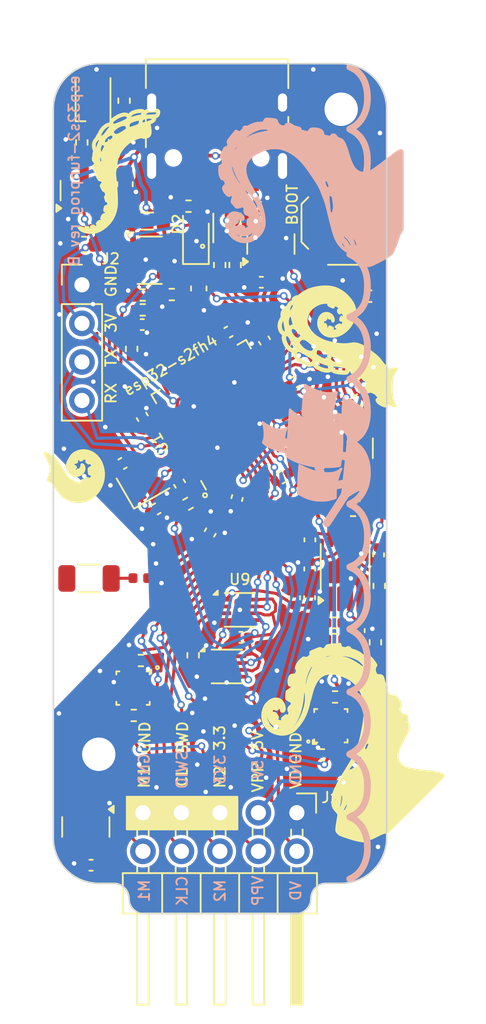
<source format=kicad_pcb>
(kicad_pcb (version 20221018) (generator pcbnew)
  (layers (0 "F.Cu" signal) (31 "B.Cu" signal) (34 "B.Paste" user) (35 "F.Paste" user) (36 "B.SilkS" user "B.Silkscreen") (37 "F.SilkS" user "F.Silkscreen") (38 "B.Mask" user) (39 "F.Mask" user) (44 "Edge.Cuts" user))
  (net 0 "")
  (net 1 "Net-(A1-Pad1)")
  (net 2 "GND")
  (net 3 "Net-(U1-LNA_IN)")
  (net 4 "Net-(U1-XTAL_P)")
  (net 5 "Net-(U1-XTAL_N)")
  (net 6 "Net-(U1-VDD_SPI)")
  (net 7 "VDD")
  (net 8 "VBUS")
  (net 9 "D+")
  (net 10 "D-")
  (net 11 "5VSW")
  (net 12 "MULTI2")
  (net 13 "3V3SW")
  (net 14 "SWIO")
  (net 15 "DAC1")
  (net 16 "SWCL")
  (net 17 "DAC2")
  (net 18 "TX")
  (net 19 "RX")
  (net 20 "CHIP_PU")
  (net 21 "GPIO0")
  (net 22 "+VSW")
  (net 23 "Net-(C18-Pad1)")
  (net 24 "SWPUC")
  (net 25 "SWPUD")
  (net 26 "VCCCTL3")
  (net 27 "VCCCTL5")
  (net 28 "VD1")
  (net 29 "Net-(D1-RK)")
  (net 30 "Net-(D1-GK)")
  (net 31 "Net-(D1-BK)")
  (net 32 "Net-(D2-A)")
  (net 33 "VPP1")
  (net 34 "Net-(J3-CC1)")
  (net 36 "Net-(J3-CC2)")
  (net 38 "Net-(Q1-G2)")
  (net 39 "Net-(Q2-G2)")
  (net 40 "Net-(U1-GPIO19)")
  (net 41 "Net-(U1-GPIO20)")
  (net 42 "Net-(U1-GPIO45)")
  (net 43 "Net-(U1-MTMS)")
  (net 44 "Net-(U1-MTDI)")
  (net 45 "Net-(U3-FB)")
  (net 46 "BOOSTV")
  (net 47 "Net-(U14-OUT1)")
  (net 49 "Net-(C1-Pad1)")
  (net 50 "VPI1")
  (net 53 "OD1")
  (net 54 "OEN1")
  (net 62 "OPEN1")
  (net 63 "BOOSTEN")
  (net 66 "MULTI1")
  (net 67 "V1FB")
  (net 68 "VD2")
  (net 69 "V2FB")
  (net 70 "VDDA")
  (net 78 "Net-(Q1-S2)")
  (footprint "Capacitor_SMD:C_0402_1005Metric" (layer "F.Cu") (at 164.47 94.36 90)
    (fp_text reference "C15" hide)
    (fp_text value "10p")
  )
  (footprint "Capacitor_SMD:C_0402_1005Metric" (layer "F.Cu") (at 163.19 99.35 90)
    (fp_text reference "C14" hide)
    (fp_text value "10p")
  )
  (footprint "Resistor_SMD:R_0402_1005Metric" (layer "F.Cu") (at 162.785 91.43 180)
    (fp_text reference "R21" hide)
    (fp_text value "15k")
  )
  (footprint "Resistor_SMD:R_0402_1005Metric" (layer "F.Cu") (at 154.9986 75.2636 -90)
    (fp_text reference "R9" hide)
    (fp_text value "22" hide)
  )
  (footprint "Resistor_SMD:R_0402_1005Metric" (layer "F.Cu") (at 151.894635 90.994436 -150)
    (fp_text reference "R6" hide)
    (fp_text value "5.1k" hide)
  )
  (footprint "Package_TO_SOT_SMD:SOT-23" (layer "F.Cu") (at 162.53 87.3375 90)
    (fp_text reference "Q4" hide)
    (fp_text value "2N7002")
  )
  (footprint "Resistor_SMD:R_0402_1005Metric" (layer "F.Cu") (at 148.9 77.24)
    (fp_text reference "R16" hide)
    (fp_text value "510")
  )
  (footprint "artwork:Tentacle1-Astronautilus" (layer "F.Cu") (at 147.65 68.48 125)
    (fp_text reference "G1" hide)
    (fp_text value "artwork" hide)
  )
  (footprint "Resistor_SMD:R_0402_1005Metric" (layer "F.Cu") (at 156.55 71.48)
    (fp_text reference "R11" hide)
    (fp_text value "5.1k" hide)
  )
  (footprint "Package_SO:MSOP-8_3x3mm_P0.65mm" (layer "F.Cu") (at 162.26 95.15 90)
    (fp_text reference "U5" hide)
    (fp_text value "COSNE5532")
  )
  (footprint "Capacitor_SMD:C_0402_1005Metric" (layer "F.Cu") (at 158.98 82.95 30)
    (fp_text reference "C16" hide)
    (fp_text value "1u")
  )
  (footprint "Resistor_SMD:R_0402_1005Metric" (layer "F.Cu") (at 147.04 67.17 90)
    (fp_text reference "R15" hide)
    (fp_text value "510")
  )
  (footprint "Resistor_SMD:R_0402_1005Metric" (layer "F.Cu") (at 158.081673 89.255 30)
    (fp_text reference "R1" hide)
    (fp_text value "10k" hide)
  )
  (footprint "Package_TO_SOT_SMD:SOT-666" (layer "F.Cu") (at 154.46 72.675 90)
    (fp_text reference "D4" hide)
    (fp_text value "USBLC6-2P6-TVS" hide)
  )
  (footprint "Capacitor_SMD:C_0402_1005Metric" (layer "F.Cu") (at 156.94 80.24 120)
    (fp_text reference "C9" hide)
    (fp_text value "1u" hide)
  )
  (footprint "Capacitor_SMD:C_0603_1608Metric" (layer "F.Cu") (at 152.6 76.81 -90)
    (fp_text reference "C25" hide)
    (fp_text value "10u")
  )
  (footprint "Capacitor_SMD:C_0402_1005Metric" (layer "F.Cu") (at 163.125 90.45)
    (fp_text reference "C21" hide)
    (fp_text value "10p")
  )
  (footprint "Capacitor_SMD:C_0402_1005Metric" (layer "F.Cu") (at 148.87 85.265692 120)
    (fp_text reference "C11" hide)
    (fp_text value "1u" hide)
  )
  (footprint "Resistor_SMD:R_0402_1005Metric" (layer "F.Cu") (at 148.780001 101.319999 180)
    (fp_text reference "R3" hide)
    (fp_text value "10k" hide)
  )
  (footprint "Capacitor_SMD:C_0402_1005Metric" (layer "F.Cu") (at 155.382501 99.795001 180)
    (fp_text reference "C5" hide)
    (fp_text value "1u" hide)
  )
  (footprint "Capacitor_SMD:C_0603_1608Metric" (layer "F.Cu") (at 145.02 73.91 180)
    (fp_text reference "C6" hide)
    (fp_text value "10u" hide)
  )
  (footprint "Capacitor_SMD:C_0603_1608Metric" (layer "F.Cu") (at 147.73 69.94 -90)
    (fp_text reference "C12" hide)
    (fp_text value "10u" hide)
  )
  (footprint "Package_DFN_QFN:DFN-8-1EP_2x2mm_P0.45mm_EP0.64x1.38mm" (layer "F.Cu") (at 155.312501 97.985001)
    (fp_text reference "U9")
    (fp_text value "AT8837" hide)
  )
  (footprint "Resistor_SMD:R_0402_1005Metric" (layer "F.Cu") (at 164.51 96.41 90)
    (fp_text reference "R22" hide)
    (fp_text value "5.1k")
  )
  (footprint "Resistor_SMD:R_0402_1005Metric" (layer "F.Cu") (at 150.82 77.21)
    (fp_text reference "R23" hide)
    (fp_text value "12k")
  )
  (footprint "Capacitor_SMD:C_0402_1005Metric" (layer "F.Cu") (at 148.87 79.19)
    (fp_text reference "C18" hide)
    (fp_text value "100n")
  )
  (footprint "Resistor_SMD:R_0402_1005Metric" (layer "F.Cu") (at 163.85 77.32)
    (fp_text reference "R5" hide)
    (fp_text value "5.1k" hide)
  )
  (footprint "Resistor_SMD:R_0402_1005Metric" (layer "F.Cu") (at 147.67 64.44 90)
    (fp_text reference "R14" hide)
    (fp_text value "510")
  )
  (footprint "Resistor_SMD:R_0402_1005Metric" (layer "F.Cu") (at 148.31 104.94)
    (fp_text reference "R7" hide)
    (fp_text value "10k" hide)
  )
  (footprint "Resistor_SMD:R_0402_1005Metric" (layer "F.Cu") (at 153.9826 75.2636 90)
    (fp_text reference "R10" hide)
    (fp_text value "22" hide)
  )
  (footprint "Resistor_SMD:R_0402_1005Metric" (layer "F.Cu") (at 160.734 107.541401)
    (fp_text reference "R4" hide)
    (fp_text value "10k" hide)
  )
  (footprint "Capacitor_SMD:C_0402_1005Metric" (layer "F.Cu") (at 159.925 95.2925 -90)
    (fp_text reference "C23" hide)
    (fp_text value "10p")
  )
  (footprint "Capacitor_SMD:C_0402_1005Metric" (layer "F.Cu") (at 153.354635 92.884436 60)
    (fp_text reference "C1" hide)
    (fp_text value "10p" hide)
  )
  (footprint "LED_SMD:LED_WS2812B-2020_PLCC4_2.0x2.0mm" (layer "F.Cu") (at 145.62 64.37 90)
    (fp_text reference "D1" hide)
    (fp_text value "LED_RAGB")
  )
  (footprint "Capacitor_SMD:C_0402_1005Metric" (layer "F.Cu") (at 161.555 98.84)
    (fp_text reference "C17" hide)
    (fp_text value "10p")
  )
  (footprint "Capacitor_SMD:C_0402_1005Metric" (layer "F.Cu") (at 147.57 88.34 30)
    (fp_text reference "C3" hide)
    (fp_text value "10p" hide)
  )
  (footprint "Resistor_SMD:R_0402_1005Metric" (layer "F.Cu") (at 148.9 78.22)
    (fp_text reference "R17" hide)
    (fp_text value "2.2k")
  )
  (footprint "Connector_USB:USB_C_Receptacle_HRO_TYPE-C-31-M-12" (layer "F.Cu") (at 153.81 65.61 180)
    (fp_text reference "J3" hide)
    (fp_text value "USB_C_Receptacle_USB2.0" hide)
  )
  (footprint "Resistor_SMD:R_0402_1005Metric" (layer "F.Cu") (at 152.23 100.98 90)
    (fp_text reference "R30" hide)
    (fp_text value "10k")
  )
  (footprint "Package_TO_SOT_SMD:SOT-23" (layer "F.Cu") (at 145.037502 70.36 90)
    (fp_text reference "U4" hide)
    (fp_text value "XC6206P332")
  )
  (footprint "Button_Switch_SMD:SW_SPST_TL3342" (layer "F.Cu") (at 162.13 72.5 90)
    (fp_text reference "SW1" hide)
    (fp_text value "TS-1187A-B-A-B" hide)
  )
  (footprint "Resistor_SMD:R_0402_1005Metric" (layer "F.Cu") (at 148.17 80.79 -90)
    (fp_text reference "R24" hide)
    (fp_text value "2.2k")
  )
  (footprint "Resistor_SMD:R_0402_1005Metric" (layer "F.Cu") (at 161.575 99.939999 180)
    (fp_text reference "R19" hide)
    (fp_text value "15k")
  )
  (footprint "Capacitor_SMD:C_0402_1005Metric" (layer "F.Cu") (at 155.13 90.62 -105)
    (fp_text reference "C13" hide)
    (fp_text value "1u")
  )
  (footprint "Capacitor_SMD:C_0402_1005Metric" (layer "F.Cu") (at 154.56 79.68 30)
    (fp_text reference "C4" hide)
    (fp_text value "1u" hide)
  )
  (footprint "Resistor_SMD:R_0402_1005Metric" (layer "F.Cu") (at 159.54 88.12 90)
    (fp_text reference "R2" hide)
    (fp_text value "10k" hide)
  )
  (footprint "cnhardware:DFN-6-2x2-SplitPad" (layer "F.Cu") (at 161.32 105.62)
    (fp_text reference "Q2" hide)
    (fp_text value "SE4625-PandN" hide)
  )
  (footprint "Capacitor_SMD:C_0402_1005Metric" (layer "F.Cu") (at 159.915 97.1925 90)
    (fp_text reference "C24" hide)
    (fp_text value "10p")
  )
  (footprint "MountingHole:MountingHole_2.2mm_M2_DIN965_Pad" (layer "F.Cu") (at 162 65)
    (fp_text reference "J4" hide)
    (fp_text value "MOUNT")
  )
  (footprint "Capacitor_SMD:C_0402_1005Metric" (layer "F.Cu") (at 149.804502 91.333971 -150)
    (fp_text reference "C2" hide)
    (fp_text value "10p" hide)
  )
  (footprint "cnhardware:ESP32S2" (layer "F.Cu") (at 154.398775 85.12634 120)
    (fp_text reference "U1")
    (fp_text value "ESP32-S2" hide)
  )
  (footprint "MountingHole:MountingHole_2.2mm_M2_DIN965_Pad" (layer "F.Cu") (at 146 107.5)
    (fp_text reference "J5" hide)
    (fp_text value "MOUNT")
  )
  (footprint "artwork:TentacleLarge-Astronautilus" (layer "F.Cu") (at 161.667088 104.086781 135)
    (fp_text reference "G6" hide)
    (fp_text value "artwork" hide)
  )
  (footprint "Resistor_SMD:R_0402_1005Metric" (layer "F.Cu") (at 163.11 84.19 30)
    (fp_text reference "R18" hide)
    (fp_text value "2.2k")
  )
  (footprint "Capacitor_SMD:C_0402_1005Metric" (layer "F.Cu") (at 158.925 97.1925 90)
    (fp_text reference "C22" hide)
    (fp_text value "100n")
  )
  (footprint "Resistor_SMD:R_0402_1005Metric" (layer "F.Cu") (at 164.26 100.12 -90)
    (fp_text reference "R20" hide)
    (fp_text value "5.1k")
  )
  (footprint "Package_TO_SOT_SMD:SOT-23" (layer "F.Cu") (at 157.36 73.8825 90)
    (fp_text reference "U2" hide)
    (fp_text value "XC6206P332")
  )
  (footprint "artwork:Tentacle4-Astronautilus" (layer "F.Cu") (at 140.814635 90.174436 -120)
    (fp_text reference "G4" hide)
    (fp_text value "artwork" hide)
  )
  (footprint "Capacitor_SMD:C_0402_1005Metric" (layer "F.Cu") (at 159.935 93.3725 -90)
    (fp_text reference "C7" hide)
    (fp_text value "100n")
  )
  (footprint "Diode_SMD:D_SOD-323" (layer "F.Cu") (at 152.41 73.59 90)
    (fp_text reference "D2")
    (fp_text value "1N5819WS")
  )
  (footprint "Connector_PinHeader_2.54mm:PinHeader_1x04_P2.54mm_Vertical" (layer "F.Cu") (at 144.89 76.57)
    (fp_text reference "J2")
    (fp_text value "PGM")
  )
  (footprint "Package_TO_SOT_SMD:SOT-23" (layer "F.Cu") (at 145.1458 112.2911 -90)
    (fp_text reference "U6" hide)
    (fp_text value "XC6206P332")
  )
  (footprint "Connector_PinHeader_2.54mm:PinHeader_2x05_P2.54mm_Horizontal" (layer "F.Cu") (at 159.075 111.35 -90)
    (fp_text reference "J1")
    (fp_text value "OPGM")
  )
  (footprint "Resistor_SMD:R_1206_3216Metric" (layer "F.Cu") (at 145.354635 95.914436 180)
    (fp_text reference "A1" hide)
    (fp_text value "ANT" hide)
  )
  (footprint "Package_TO_SOT_SMD:SOT-23-5" (layer "F.Cu") (at 149.3625 74.95)
    (fp_text reference "U3" hide)
    (fp_text value "MT3608")
  )
  (footprint "cnhardware:DFN-6-2x2-SplitPad" (layer "F.Cu") (at 148.26 103.14 180)
    (fp_text reference "Q1" hide)
    (fp_text value "SE4625-PandN" hide)
  )
  (footprint "Resistor_SMD:R_0402_1005Metric" (layer "F.Cu") (at 144.88 67.19 90)
    (fp_text reference "R13" hide)
    (fp_text value "510")
  )
  (footprint "Resistor_SMD:R_0402_1005Metric" (layer "F.Cu") (at 151.92 71.39 180)
    (fp_text reference "R12" hide)
    (fp_text value "5.1k" hide)
  )
  (footprint "Capacitor_SMD:C_0402_1005Metric" (layer "F.Cu") (at 156.73 76.4)
    (fp_text reference "C10" hide)
    (fp_text value "1u" hide)
  )
  (footprint "Capacitor_SMD:C_0402_1005Metric" (layer "F.Cu") (at 145.4938 114.808)
    (fp_text reference "C26" hide)
    (fp_text value "1u")
  )
  (footprint "Inductor_SMD:L_0805_2012Metric" (layer "F.Cu") (at 149.2 72.37 180)
    (fp_text reference "L2" hide)
    (fp_text value "4.7u500mA")
  )
  (footprint "Package_DFN_QFN:DFN-8-1EP_2x2mm_P0.45mm_EP0.64x1.38mm" (layer "F.Cu") (at 154.450001 101.715002)
    (fp_text reference "U14" hide)
    (fp_text value "AT8837")
  )
  (footprint "Inductor_SMD:L_0402_1005Metric" (layer "F.Cu") (at 148.744635 95.894436)
    (fp_text reference "L1" hide)
    (fp_text value "6.8nH")
  )
  (footprint "Resistor_SMD:R_0402_1005Metric" (layer "F.Cu") (at 161.594 103.7214 180)
    (fp_text reference "R8" hide)
    (fp_text value "10k" hide)
  )
  (footprint "Capacitor_SMD:C_0402_1005Metric" (layer "F.Cu") (at 151.334635 89.664436 -60)
    (fp_text reference "C8" hide)
    (fp_text value "1u" hide)
  )
  (footprint "artwork:Tentacle2-Astronautilus" (layer "F.Cu") (at 163.265892 79.056487 60)
    (fp_text reference "G2" hide)
    (fp_text value "artwork" hide)
  )
  (footprint "Crystal:Crystal_SMD_2016-4Pin_2.0x1.6mm" (layer "F.Cu") (at 148.918975 89.648152 30)
    (fp_text reference "Y1" hide)
    (fp_text value "40MHz" hide)
  )
  (footprint "artwork:TentacleLargeFlip-Astronautilus" (layer "B.Cu") (at 162.42 69.33)
    (fp_text reference "G5" hide)
    (fp_text value "artwork" hide)
  )
  (footprint "artwork:BoatOnWaterLarge-Astronautilus" (layer "B.Cu") (at 160.52 89.02 -90)
    (fp_text reference "G3" hide)
    (fp_text value "artwork" hide)
  )
  (gr_line (start 162.8394 114.579399) (end 161.8234 114.5794) (stroke (width 0.2)) (layer "F.Cu"))
  (gr_line (start 163.3474 113.563399) (end 163.347399 114.071398) (stroke (width 0.2)) (layer "F.Cu"))
  (gr_line (start 162.331399 114.071399) (end 162.839399 113.5634) (stroke (width 0.2)) (layer "F.Cu"))
  (gr_line (start 162.3314 115.0874) (end 162.331399 114.071399) (stroke (width 0.2)) (layer "F.Cu"))
  (gr_line (start 162.839399 113.5634) (end 163.3474 113.563399) (stroke (width 0.2)) (layer "F.Cu"))
  (gr_line (start 163.347399 114.071398) (end 162.8394 114.579399) (stroke (width 0.2)) (layer "F.Cu"))
  (gr_line (start 161.8234 114.5794) (end 162.3314 115.0874) (stroke (width 0.2)) (layer "F.Cu"))
  (gr_circle (center 149.87 101.79) (end 149.78 101.739999) (stroke (width 0.12)) (fill none) (layer "F.SilkS"))
  (gr_circle (center 152.85 74.03) (end 152.96 74) (stroke (width 0.12)) (fill none) (layer "F.SilkS"))
  (gr_rect (start 147.85 110.3) (end 155.15 112.45) (stroke (width 0.12)) (fill solid) (layer "F.SilkS"))
  (gr_circle (center 159.83 106.66) (end 159.91 106.68) (stroke (width 0.12)) (fill none) (layer "F.SilkS"))
  (gr_circle (center 153.014635 90.434436) (end 153.144635 90.474436) (stroke (width 0.12)) (fill none) (layer "F.SilkS"))
  (gr_line (start 159 118) (end 149 118) (stroke (width 0.1)) (layer "Edge.Cuts"))
  (gr_line (start 143 65) (end 143 113) (stroke (width 0.1)) (layer "Edge.Cuts"))
  (gr_arc (start 146 116) (mid 143.87868 115.12132) (end 143 113) (stroke (width 0.1)) (layer "Edge.Cuts"))
  (gr_arc (start 143 65) (mid 143.87868 62.87868) (end 146 62) (stroke (width 0.1)) (layer "Edge.Cuts"))
  (gr_arc (start 162 62) (mid 164.12132 62.87868) (end 165 65) (stroke (width 0.1)) (layer "Edge.Cuts"))
  (gr_line (start 146 116) (end 147 116) (stroke (width 0.1)) (layer "Edge.Cuts"))
  (gr_arc (start 147 116) (mid 147.707107 116.292893) (end 148 117) (stroke (width 0.1)) (layer "Edge.Cuts"))
  (gr_arc (start 165 113) (mid 164.12132 115.12132) (end 162 116) (stroke (width 0.1)) (layer "Edge.Cuts"))
  (gr_arc (start 160 117) (mid 159.707107 117.707107) (end 159 118) (stroke (width 0.1)) (layer "Edge.Cuts"))
  (gr_line (start 162 116) (end 161 116) (stroke (width 0.1)) (layer "Edge.Cuts"))
  (gr_arc (start 149 118) (mid 148.292893 117.707107) (end 148 117) (stroke (width 0.1)) (layer "Edge.Cuts"))
  (gr_arc (start 160 117) (mid 160.292893 116.292893) (end 161 116) (stroke (width 0.1)) (layer "Edge.Cuts"))
  (gr_line (start 146 62) (end 162 62) (stroke (width 0.1)) (layer "Edge.Cuts"))
  (gr_line (start 165 65) (end 165 113) (stroke (width 0.1)) (layer "Edge.Cuts"))
  (gr_text "VPP" (at 156.5 116.5 90) (layer "B.SilkS") (effects (font (size 0.7 0.7) (thickness 0.12)) (justify mirror)))
  (gr_text "GND" (at 149 108.5 90) (layer "B.SilkS") (effects (font (size 0.7 0.7) (thickness 0.12)) (justify mirror)))
  (gr_text "5V" (at 156.5 108.5 90) (layer "B.SilkS") (effects (font (size 0.7 0.7) (thickness 0.12)) (justify mirror)))
  (gr_text "M2" (at 154 116.5 90) (layer "B.SilkS") (effects (font (size 0.7 0.7) (thickness 0.12)) (justify mirror)))
  (gr_text "GND" (at 159 108.5 90) (layer "B.SilkS") (effects (font (size 0.7 0.7) (thickness 0.12)) (justify mirror)))
  (gr_text "esp32s2-funprog rev B" (at 144.3736 69.0626 90) (layer "B.SilkS") (effects (font (size 0.7 0.7) (thickness 0.12)) (justify mirror)))
  (gr_text "3V3" (at 154 108.5 90) (layer "B.SilkS") (effects (font (size 0.7 0.7) (thickness 0.12)) (justify mirror)))
  (gr_text "VD" (at 159 116.5 90) (layer "B.SilkS") (effects (font (size 0.7 0.7) (thickness 0.12)) (justify mirror)))
  (gr_text "SWIO" (at 151.5 108.5 90) (layer "B.SilkS") (effects (font (size 0.7 0.7) (thickness 0.12)) (justify mirror)))
  (gr_text "CLK" (at 151.5 116.5 90) (layer "B.SilkS") (effects (font (size 0.7 0.7) (thickness 0.12)) (justify mirror)))
  (gr_text "M1" (at 149 116.5 90) (layer "B.SilkS") (effects (font (size 0.7 0.7) (thickness 0.12)) (justify mirror)))
  (gr_text "M1" (at 149 109 90) (layer "F.SilkS") (effects (font (size 0.7 0.7) (thickness 0.12))))
  (gr_text "RX  TX  3V  GND" (at 146.81 79.83 90) (layer "F.SilkS") (effects (font (size 0.7 0.7) (thickness 0.12))))
  (gr_text "5V" (at 156.48 106.59 90) (layer "F.SilkS") (effects (font (size 0.7 0.7) (thickness 0.12))))
  (gr_text "esp32-s2fh4" (at 150.74 81.87 30) (layer "F.SilkS") (effects (font (size 0.7 0.7) (thickness 0.12))))
  (gr_text "GND" (at 149.04 106.41 90) (layer "F.SilkS") (effects (font (size 0.7 0.7) (thickness 0.12))))
  (gr_text "VD" (at 159.01 109.14 90) (layer "F.SilkS") (effects (font (size 0.7 0.7) (thickness 0.12))))
  (gr_text "3.3" (at 153.98 106.42 90) (layer "F.SilkS") (effects (font (size 0.7 0.7) (thickness 0.12))))
  (gr_text "VPP" (at 156.5 109 90) (layer "F.SilkS") (effects (font (size 0.7 0.7) (thickness 0.12))))
  (gr_text "CL" (at 151.5 109 90) (layer "F.SilkS") (effects (font (size 0.7 0.7) (thickness 0.12))))
  (gr_text "SWD" (at 151.53 106.41 90) (layer "F.SilkS") (effects (font (size 0.7 0.7) (thickness 0.12))))
  (gr_text "BOOT" (at 158.77 71.29 90) (layer "F.SilkS") (effects (font (size 0.7 0.7) (thickness 0.12))))
  (gr_text "M2" (at 154 109 90) (layer "F.SilkS") (effects (font (size 0.7 0.7) (thickness 0.12))))
  (gr_text "GND" (at 159.01 107.1 90) (layer "F.SilkS") (effects (font (size 0.7 0.7) (thickness 0.12))))
  (segment (start 148.259635 95.894436) (end 146.817135 95.914436) (width 0.2) (layer "F.Cu") (net 1))
  (segment (start 159.915 96.7125) (end 158.925 96.7125) (width 0.2) (layer "F.Cu") (net 2))
  (segment (start 162.83 95.95) (end 163.21 96.42) (width 0.2) (layer "F.Cu") (net 2))
  (segment (start 151.41 71.39) (end 150.75 70.8) (width 0.2) (layer "F.Cu") (net 2))
  (segment (start 159.915 96.7125) (end 159.925 95.7725) (width 0.2) (layer "F.Cu") (net 2))
  (segment (start 151.94 89.08) (end 151.574635 90.080128) (width 0.2) (layer "F.Cu") (net 2))
  (segment (start 164.26 99.61) (end 163.83 99.28) (width 0.2) (layer "F.Cu") (net 2))
  (segment (start 164.51 96.92) (end 163.235 97.2625) (width 0.2) (layer "F.Cu") (net 2))
  (segment (start 149.290001 101.319999) (end 148.91 102.09) (width 0.2) (layer "F.Cu") (net 2))
  (segment (start 150.321813 84.939834) (end 149.87 85.2) (width 0.2) (layer "F.Cu") (net 2))
  (segment (start 149.24 85.022235) (end 149.14 84.69) (width 0.2) (layer "F.Cu") (net 2))
  (segment (start 156.35 80.47) (end 156.42 80.96) (width 0.2) (layer "F.Cu") (net 2))
  (segment (start 156.41 74.82) (end 156.34 73.46) (width 0.2) (layer "F.Cu") (net 2))
  (segment (start 156.7 79.824308) (end 156.35 80.47) (width 0.2) (layer "F.Cu") (net 2))
  (segment (start 149.49 64.56) (end 158.13 64.56) (width 0.2) (layer "F.Cu") (net 2))
  (segment (start 157.124178 70.84) (end 157.24 69.685) (width 0.2) (layer "F.Cu") (net 2))
  (segment (start 150.220194 91.093971) (end 149.800193 89.774466) (width 0.2) (layer "F.Cu") (net 2))
  (segment (start 155.312501 97.985001) (end 155.142501 98.665001) (width 0.2) (layer "F.Cu") (net 2))
  (segment (start 154.398775 85.12634) (end 152.27 84.58) (width 0.2) (layer "F.Cu") (net 2))
  (segment (start 159.275 95.3425) (end 159.125 94.7525) (width 0.2) (layer "F.Cu") (net 2))
  (segment (start 161.78 95.75) (end 162.64 95.91381) (width 0.2) (layer "F.Cu") (net 2))
  (segment (start 150.220194 91.093971) (end 151.574635 90.080128) (width 0.2) (layer "F.Cu") (net 2))
  (segment (start 153.49 93.84) (end 152.43 94.76) (width 0.2) (layer "F.Cu") (net 2))
  (segment (start 159.98 95.76) (end 161.78 95.75) (width 0.2) (layer "F.Cu") (net 2))
  (segment (start 155.005767 91.083644) (end 154.71 91.49) (width 0.2) (layer "F.Cu") (net 2))
  (segment (start 149.35 79.19) (end 149.18 79.72) (width 0.2) (layer "F.Cu") (net 2))
  (segment (start 159.925 95.7725) (end 159.275 95.3425) (width 0.2) (layer "F.Cu") (net 2))
  (segment (start 160.224 107.541401) (end 159.075 111.35) (width 0.2) (layer "F.Cu") (net 2))
  (segment (start 154.32 92.91) (end 153.49 93.84) (width 0.2) (layer "F.Cu") (net 2))
  (segment (start 160.67 106.67) (end 160.470258 107.060258) (width 0.2) (layer "F.Cu") (net 2))
  (segment (start 164.47 94.84) (end 163.32 94.28) (width 0.2) (layer "F.Cu") (net 2))
  (segment (start 149.48 85.09) (end 149.24 85.022235) (width 0.2) (layer "F.Cu") (net 2))
  (segment (start 153.524998 102.390002) (end 153.98577 102.396216) (width 0.2) (layer "F.Cu") (net 2))
  (segment (start 155.142501 98.665001) (end 154.387501 98.660001) (width 0.2) (layer "F.Cu") (net 2))
  (segment (start 156.075737 81.155924) (end 156.42 80.96) (width 0.2) (layer "F.Cu") (net 2))
  (segment (start 148.932698 89.647302) (end 149.800193 89.774466) (width 0.2) (layer "F.Cu") (net 2))
  (segment (start 159.125 94.7525) (end 159.345 94.1425) (width 0.2) (layer "F.Cu") (net 2))
  (segment (start 160.470258 107.060258) (end 160.224 107.541401) (width 0.2) (layer "F.Cu") (net 2))
  (segment (start 156.35 80.47) (end 156.09 80.44) (width 0.2) (layer "F.Cu") (net 2))
  (segment (start 146.72 101.64) (end 147.71 100.43) (width 0.2) (layer "F.Cu") (net 2))
  (segment (start 150.75 70.8) (end 150.74 69.685) (width 0.2) (layer "F.Cu") (net 2))
  (segment (start 154.975692 79.44) (end 156.7 79.824308) (width 0.2) (layer "F.Cu") (net 2))
  (segment (start 159.915 96.7125) (end 160.59 96.78) (width 0.2) (layer "F.Cu") (net 2))
  (segment (start 157.24 69.685) (end 158.31 68.77) (width 0.2) (layer "F.Cu") (net 2))
  (segment (start 160.23 69.35) (end 158.13 68.74) (width 0.2) (layer "F.Cu") (net 2))
  (segment (start 156.25 76.4) (end 156.41 74.82) (width 0.2) (layer "F.Cu") (net 2))
  (segment (start 147.154308 88.58) (end 146.43 85.94) (width 0.2) (layer "F.Cu") (net 2))
  (segment (start 154.46 73.6) (end 154.45 73.02) (width 0.2) (layer "F.Cu") (net 2))
  (segment (start 163.21 96.42) (end 163.235 97.2625) (width 0.2) (layer "F.Cu") (net 2))
  (segment (start 149.290001 101.319999) (end 149.25 101.88) (width 0.2) (layer "F.Cu") (net 2))
  (segment (start 159.395692 82.71) (end 159.91 82.78) (width 0.2) (layer "F.Cu") (net 2))
  (segment (start 160.23 75.65) (end 160.23 69.35) (width 0.2) (layer "F.Cu") (net 2))
  (segment (start 150.56 69.655) (end 149.49 68.74) (width 0.2) (layer "F.Cu") (net 2))
  (segment (start 159.345 94.1425) (end 159.935 93.8525) (width 0.2) (layer "F.Cu") (net 2))
  (segment (start 154.975692 79.44) (end 152.6 77.585) (width 0.2) (layer "F.Cu") (net 2))
  (segment (start 153.525001 102.390002) (end 152.472501 102.385001) (width 0.2) (layer "F.Cu") (net 2))
  (segment (start 163.19 99.83) (end 163.83 99.28) (width 0.2) (layer "F.Cu") (net 2))
  (segment (start 158.13 64.56) (end 158.13 68.74) (width 0.2) (layer "F.Cu") (net 2))
  (segment (start 154.462502 101.050003) (end 155.142501 98.665001) (width 0.2) (layer "F.Cu") (net 2))
  (segment (start 147.71 100.43) (end 148.57 98.94) (width 0.2) (layer "F.Cu") (net 2))
  (segment (start 148.57 98.94) (end 151.61 95.48) (width 0.2) (layer "F.Cu") (net 2))
  (segment (start 150.49 90.32) (end 151.574635 90.080128) (width 0.2) (layer "F.Cu") (net 2))
  (segment (start 148 100.3) (end 147.71 100.43) (width 0.2) (layer "F.Cu") (net 2))
  (segment (start 163.83 99.28) (end 163.83 98.13) (width 0.2) (layer "F.Cu") (net 2))
  (segment (start 152.521813 88.750346) (end 151.94 89.08) (width 0.2) (layer "F.Cu") (net 2))
  (segment (start 149.24 85.022235) (end 148.63 84.85) (width 0.2) (layer "F.Cu") (net 2))
  (segment (start 148.037757 89.521838) (end 148.932698 89.647302) (width 0.2) (layer "F.Cu") (net 2))
  (segment (start 147.154308 88.58) (end 148.037757 89.521838) (width 0.2) (layer "F.Cu") (net 2))
  (segment (start 149.87 85.2) (end 149.48 85.09) (width 0.2) (layer "F.Cu") (net 2))
  (segment (start 152.6 77.585) (end 152.94 78.25) (width 0.2) (layer "F.Cu") (net 2))
  (segment (start 163.83 98.13) (end 163.235 97.2625) (width 0.2) (layer "F.Cu") (net 2))
  (segment (start 163.83 98.13) (end 164.06 99.23) (width 0.2) (layer "F.Cu") (net 2))
  (segment (start 157.06 71.48) (end 157.124178 70.84) (width 0.2) (layer "F.Cu") (net 2))
  (segment (start 153.98577 102.396216) (end 154.450001 101.715002) (width 0.2) (layer "F.Cu") (net 2))
  (segment (start 146 107.5) (end 146.72 101.64) (width 0.2) (layer "F.Cu") (net 2))
  (segment (start 151.61 95.48) (end 152.43 94.76) (width 0.2) (layer "F.Cu") (net 2))
  (segment (start 162.64 95.91381) (end 162.83 95.95) (width 0.2) (layer "F.Cu") (net 2))
  (segment (start 154.47 92.95) (end 154.71 91.49) (width 0.2) (layer "F.Cu") (net 2))
  (segment (start 144.9 76.04) (end 144.087502 71.2975) (width 0.2) (layer "F.Cu") (net 2))
  (segment (start 147.73 70.715) (end 148.45 70.445318) (width 0.2) (layer "F.Cu") (net 2))
  (segment (start 150.49 90.32) (end 149.800193 89.774466) (width 0.2) (layer "F.Cu") (net 2))
  (segment (start 144.087502 71.2975) (end 143.98 72.24) (width 0.2) (layer "F.Cu") (net 2))
  (segment (start 148.45 70.445318) (end 150.56 69.655) (width 0.2) (layer "F.Cu") (net 2))
  (segment (start 148.39 77.24) (end 147.94 76.95) (width 0.2) (layer "F.Cu") (net 2))
  (segment (start 156.25 76.4) (end 155.6 76.74) (width 0.2) (layer "F.Cu") (net 2))
  (segment (start 154.32 92.91) (end 154.47 92.95) (width 0.2) (layer "F.Cu") (net 2))
  (segment (start 154.398775 85.12634) (end 153.83 87.3) (width 0.2) (layer "F.Cu") (net 2))
  (via (at 150.19 78.01) (size 0.5) (drill 0.3) (layers "F.Cu" "B.Cu") (net 2))
  (via (at 156.62 85.72) (size 0.5) (drill 0.3) (layers "F.Cu" "B.Cu") (net 2))
  (via (at 143.4 78.52) (size 0.5) (drill 0.3) (layers "F.Cu" "B.Cu") (net 2))
  (via (at 152.5016 108.1786) (size 0.5) (drill 0.3) (layers "F.Cu" "B.Cu") (net 2))
  (via (at 150.14 96.22) (size 0.5) (drill 0.3) (layers "F.Cu" "B.Cu") (net 2))
  (via (at 158.4198 108.458) (size 0.5) (drill 0.3) (layers "F.Cu" "B.Cu") (net 2))
  (via (at 162.03 86.3) (size 0.5) (drill 0.3) (layers "F.Cu" "B.Cu") (net 2))
  (via (at 157.0482 109.0422) (size 0.5) (drill 0.3) (layers "F.Cu" "B.Cu") (net 2))
  (via (at 157.76 101.99) (size 0.5) (drill 0.3) (layers "F.Cu" "B.Cu") (net 2))
  (via (at 152.908 105.9942) (size 0.5) (drill 0.3) (layers "F.Cu" "B.Cu") (net 2))
  (via (at 152.27 84.58) (size 0.5) (drill 0.3) (layers "F.Cu" "B.Cu") (net 2))
  (via (at 154.71 91.49) (size 0.5) (drill 0.3) (layers "F.Cu" "B.Cu") (net 2))
  (via (at 153.0096 103.8352) (size 0.5) (drill 0.3) (layers "F.Cu" "B.Cu") (net 2))
  (via (at 143.7 87.37) (size 0.5) (drill 0.3) (layers "F.Cu" "B.Cu") (net 2))
  (via (at 146.7104 110.7186) (size 0.5) (drill 0.3) (layers "F.Cu" "B.Cu") (net 2))
  (via (at 145.04 89.18) (size 0.5) (drill 0.3) (layers "F.Cu" "B.Cu") (net 2))
  (via (at 147.94 76.95) (size 0.5) (drill 0.3) (layers "F.Cu" "B.Cu") (net 2))
  (via (at 145.64 82.95) (size 0.5) (drill 0.3) (layers "F.Cu" "B.Cu") (net 2))
  (via (at 158.37 73.49) (size 0.5) (drill 0.3) (layers "F.Cu" "B.Cu") (net 2))
  (via (at 153.0604 109.982) (size 0.5) (drill 0.3) (layers "F.Cu" "B.Cu") (net 2))
  (via (at 162.1 76.28) (size 0.5) (drill 0.3) (layers "F.Cu" "B.Cu") (net 2))
  (via (at 154.32 92.91) (size 0.5) (drill 0.3) (layers "F.Cu" "B.Cu") (net 2))
  (via (at 148.6662 108.1532) (size 0.5) (drill 0.3) (layers "F.Cu" "B.Cu") (net 2))
  (via (at 155.6 76.74) (size 0.5) (drill 0.3) (layers "F.Cu" "B.Cu") (net 2))
  (via (at 153.83 87.3) (size 0.5) (drill 0.3) (layers "F.Cu" "B.Cu") (net 2))
  (via (at 148.45 70.445318) (size 0.5) (drill 0.3) (layers "F.Cu" "B.Cu") (net 2))
  (via (at 156.34 73.46) (size 0.5) (drill 0.3) (layers "F.Cu" "B.Cu") (net 2))
  (via (at 163.32 94.28) (size 0.5) (drill 0.3) (layers "F.Cu" "B.Cu") (net 2))
  (via (at 164.06 99.23) (size 0.5) (drill 0.3) (layers "F.Cu" "B.Cu") (net 2))
  (via (at 161.12 82.63) (size 0.5) (drill 0.3) (layers "F.Cu" "B.Cu") (net 2))
  (via (at 150.75 70.8) (size 0.5) (drill 0.3) (layers "F.Cu" "B.Cu") (net 2))
  (via (at 162.49 102.84) (size 0.5) (drill 0.3) (layers "F.Cu" "B.Cu") (net 2))
  (via (at 145.85 62.38) (size 0.5) (drill 0.3) (layers "F.Cu" "B.Cu") (net 2))
  (via (at 148.85 92.64) (size 0.5) (drill 0.3) (layers "F.Cu" "B.Cu") (net 2))
  (via (at 152.94 78.25) (size 0.5) (drill 0.3) (layers "F.Cu" "B.Cu") (net 2))
  (via (at 159.82 99.91) (size 0.5) (drill 0.3) (layers "F.Cu" "B.Cu") (net 2))
  (via (at 157.124178 70.84) (size 0.5) (drill 0.3) (layers "F.Cu" "B.Cu") (net 2))
  (via (at 154.9654 105.6132) (size 0.5) (drill 0.3) (layers "F.Cu" "B.Cu") (net 2))
  (via (at 160.16 62.38) (size 0.5) (drill 0.3) (layers "F.Cu" "B.Cu") (net 2))
  (via (at 143.98 72.24) (size 0.5) (drill 0.3) (layers "F.Cu" "B.Cu") (net 2))
  (via (at 161.6 84.95) (size 0.5) (drill 0.3) (layers "F.Cu" "B.Cu") (net 2))
  (via (at 160.18 80.62) (size 0.5) (drill 0.3) (layers "F.Cu" "B.Cu") (net 2))
  (via (at 146.9898 102.743) (size 0.5) (drill 0.3) (layers "F.Cu" "B.Cu") (net 2))
  (via (at 153.18 71.75) (size 0.5) (drill 0.3) (layers "F.Cu" "B.Cu") (net 2))
  (via (at 158.14 76.16) (size 0.5) (drill 0.3) (layers "F.Cu" "B.Cu") (net 2))
  (via (at 148 100.3) (size 0.5) (drill 0.3) (layers "F.Cu" "B.Cu") (net 2))
  (via (at 158.12 78.02) (size 0.5) (drill 0.3) (layers "F.Cu" "B.Cu") (net 2))
  (via (at 155.83 79.05) (size 0.5) (drill 0.3) (layers "F.Cu" "B.Cu") (net 2))
  (via (at 157.6832 105.7148) (size 0.5) (drill 0.3) (layers "F.Cu" "B.Cu") (net 2))
  (via (at 160.72 102.7) (size 0.5) (drill 0.3) (layers "F.Cu" "B.Cu") (net 2))
  (via (at 143.37 104.81) (size 0.5) (drill 0.3) (layers "F.Cu" "B.Cu") (net 2))
  (via (at 154.7114 109.6772) (size 0.5) (drill 0.3) (layers "F.Cu" "B.Cu") (net 2))
  (via (at 160.86 83.98) (size 0.5) (drill 0.3) (layers "F.Cu" "B.Cu") (net 2))
  (via (at 164.43 113.6) (size 0.5) (drill 0.3) (layers "F.Cu" "B.Cu") (net 2))
  (via (at 144.37 114.69) (size 0.5) (drill 0.3) (layers "F.Cu" "B.Cu") (net 2))
  (via (at 149.85 66.23) (size 0.5) (drill 0.3) (layers "F.Cu" "B.Cu") (net 2))
  (via (at 152.45 73.69) (size 0.5) (drill 0.3) (layers "F.Cu" "B.Cu") (net 2))
  (via (at 159.91 82.78) (size 0.5) (drill 0.3) (layers "F.Cu" "B.Cu") (net 2))
  (via (at 153.39 91.5) (size 0.5) (drill 0.3) (layers "F.Cu" "B.Cu") (net 2))
  (via (at 146.08 102.01) (size 0.5) (drill 0.3) (layers "F.Cu" "B.Cu") (net 2))
  (via (at 149.18 79.72) (size 0.5) (drill 0.3) (layers "F.Cu" "B.Cu") (net 2))
  (via (at 143.4592 73.8378) (size 0.5) (drill 0.3) (layers "F.Cu" "B.Cu") (net 2))
  (via (at 155.312501 97.985001) (size 0.5) (drill 0.3) (layers "F.Cu" "B.Cu") (net 2))
  (via (at 156.09 80.44) (size 0.5) (drill 0.3) (layers "F.Cu" "B.Cu") (net 2))
  (via (at 152.1714 104.775) (size 0.5) (drill 0.3) (layers "F.Cu" "B.Cu") (net 2))
  (via (at 152.472501 102.385001) (size 0.5) (drill 0.3) (layers "F.Cu" "B.Cu") (net 2))
  (via (at 161.58 80.24) (size 0.5) (drill 0.3) (layers "F.Cu" "B.Cu") (net 2))
  (via (at 146.43 85.94) (size 0.5) (drill 0.3) (layers "F.Cu" "B.Cu") (net 2))
  (via (at 143.82 66.99) (size 0.5) (drill 0.3) (layers "F.Cu" "B.Cu") (net 2))
  (via (at 152.14 93.32) (size 0.5) (drill 0.3) (layers "F.Cu" "B.Cu") (net 2))
  (via (at 150.35 82.1) (size 0.5) (drill 0.3) (layers "F.Cu" "B.Cu") (net 2))
  (via (at 147.72 83.27) (size 0.5) (drill 0.3) (layers "F.Cu" "B.Cu") (net 2))
  (via (at 150.49 90.32) (size 0.5) (drill 0.3) (layers "F.Cu" "B.Cu") (net 2))
  (via (at 162.8902 108.204) (size 0.5) (drill 0.3) (layers "F.Cu" "B.Cu") (net 2))
  (via (at 164.56 66.57) (size 0.5) (drill 0.3) (layers "F.Cu" "B.Cu") (net 2))
  (via (at 154.95 83) (size 0.5) (drill 0.3) (layers "F.Cu" "B.Cu") (net 2))
  (via (at 149.8092 109.6772) (size 0.5) (drill 0.3) (layers "F.Cu" "B.Cu") (net 2))
  (via (at 148.28 67.18) (size 0.5) (drill 0.3) (layers "F.Cu" "B.Cu") (net 2))
  (via (at 154.45 73.02) (size 0.5) (drill 0.3) (layers "F.Cu" "B.Cu") (net 2))
  (via (at 153.0858 100.33) (size 0.5) (drill 0.3) (layers "F.Cu" "B.Cu") (net 2))
  (via (at 145.62 77.84) (size 0.5) (drill 0.3) (layers "F.Cu" "B.Cu") (net 2))
  (via (at 159.152331 94.86) (size 0.5) (drill 0.3) (layers "F.Cu" "B.Cu") (net 2))
  (via (at 146.77 89.78) (size 0.5) (drill 0.3) (layers "F.Cu" "B.Cu") (net 2))
  (via (at 149.12 81.14) (size 0.5) (drill 0.3) (layers "F.Cu" "B.Cu") (net 2))
  (via (at 149.78 94.93) (size 0.5) (drill 0.3) (layers "F.Cu" "B.Cu") (net 2))
  (via (at 153.63 98.83) (size 0.5) (drill 0.3) (layers "F.Cu" "B.Cu") (net 2))
  (via (at 149.1 74.91) (size 0.5) (drill 0.3) (layers "F.Cu" "B.Cu") (net 2))
  (via (at 149.25 101.88) (size 0.5) (drill 0.3) (layers "F.Cu" "B.Cu") (net 2))
  (via (at 149.59 93.66) (size 0.5) (drill 0.3) (layers "F.Cu" "B.Cu") (net 2))
  (via (at 149.14 84.69) (size 0.5) (drill 0.3) (layers "F.Cu" "B.Cu") (net 2))
  (via (at 150.5 91.91) (size 0.5) (drill 0.3) (layers "F.Cu" "B.Cu") (net 2))
  (via (at 164.34 79.79) (size 0.5) (drill 0.3) (layers "F.Cu" "B.Cu") (net 2))
  (via (at 160.59 96.78) (size 0.5) (drill 0.3) (layers "F.Cu" "B.Cu") (net 2))
  (via (at 154.44 102.77) (size 0.5) (drill 0.3) (layers "F.Cu" "B.Cu") (net 2))
  (via (at 160.470258 107.060258) (size 0.5) (drill 0.3) (layers "F.Cu" "B.Cu") (net 2))
  (via (at 151 75.01) (size 0.5) (drill 0.3) (layers "F.Cu" "B.Cu") (net 2))
  (via (at 162.64 95.91381) (size 0.5) (drill 0.3) (layers "F.Cu" "B.Cu") (net 2))
  (segment (start 153.83 87.3) (end 156.62 85.72) (width 0.2) (layer "B.Cu") (net 2))
  (segment (start 152.45 73.69) (end 154.45 73.02) (width 0.2) (layer "B.Cu") (net 2))
  (segment (start 156.81 72.95) (end 157.25 72.36) (width 0.2) (layer "B.Cu") (net 2))
  (segment (start 153.79 72.59) (end 150.75 70.8) (width 0.2) (layer "B.Cu") (net 2))
  (segment (start 147.94 76.95) (end 148.86 75.09) (width 0.2) (layer "B.Cu") (net 2))
  (segment (start 152.1714 104.775) (end 152.98 104.27) (width 0.2) (layer "B.Cu") (net 2))
  (segment (start 149.18 79.72) (end 147.27 78.87) (width 0.2) (layer "B.Cu") (net 2))
  (segment (start 148.86 75.09) (end 149.1 74.91) (width 0.2) (layer "B.Cu") (net 2))
  (segment (start 162.14 86.19) (end 163.59 84.99) (width 0.2) (layer "B.Cu") (net 2))
  (segment (start 156.34 73.46) (end 156.81 72.95) (width 0.2) (layer "B.Cu") (net 2))
  (segment (start 154.95 83) (end 158.38 83.32) (width 0.2) (layer "B.Cu") (net 2))
  (segment (start 153.21 90.807939) (end 150.49 90.32) (width 0.2) (layer "B.Cu") (net 2))
  (segment (start 163.99 82.67) (end 163.62 82.58) (width 0.2) (layer "B.Cu") (net 2))
  (segment (start 154.95 83) (end 156.09 80.44) (width 0.2) (layer "B.Cu") (net 2))
  (segment (start 152.98 104.27) (end 152.472501 102.385001) (width 0.2) (layer "B.Cu") (net 2))
  (segment (start 148.915 111.35) (end 146 107.5) (width 0.2) (layer "B.Cu") (net 2))
  (segment (start 149.25 101.88) (end 149.3 103.23) (width 0.2) (layer "B.Cu") (net 2))
  (segment (start 164.21 83.26) (end 163.99 82.67) (width 0.2) (layer "B.Cu") (net 2))
  (segment (start 149.3 103.23) (end 150.75 104.74) (width 0.2) (layer "B.Cu") (net 2))
  (segment (start 148.45 70.445318) (end 145.36 70.91) (width 0.2) (layer "B.Cu") (net 2))
  (segment (start 158.38 83.32) (end 158.9 83.22) (width 0.2) (layer "B.Cu") (net 2))
  (segment (start 147.27 78.87) (end 147 78.13) (width 0.2) (layer "B.Cu") (net 2))
  (segment (start 159.85 104.75) (end 160.470258 107.060258) (width 0.2) (layer "B.Cu") (net 2))
  (segment (start 153.83 87.3) (end 153.21 90.807939) (width 0.2) (layer "B.Cu") (net 2))
  (segment (start 151.86 105.03) (end 152.1714 104.775) (width 0.2) (layer "B.Cu") (net 2))
  (segment (start 145.36 70.91) (end 143.98 72.24) (width 0.2) (layer "B.Cu") (net 2))
  (segment (start 158.9 83.22) (end 159.91 82.78) (width 0.2) (layer "B.Cu") (net 2))
  (segment (start 146.43 85.94) (end 149.14 84.69) (width 0.2) (layer "B.Cu") (net 2))
  (segment (start 153.12 76.9) (end 155.6 76.74) (width 0.2) (layer "B.Cu") (net 2))
  (segment (start 150.75 104.74) (end 151.86 105.03) (width 0.2) (layer "B.Cu") (net 2))
  (segment (start 162.66 86.26) (end 162.03 86.3) (width 0.2) (layer "B.Cu") (net 2))
  (segment (start 154.45 73.02) (end 153.79 72.59) (width 0.2) (layer "B.Cu") (net 2))
  (segment (start 160.59 96.78) (end 159.85 104.75) (width 0.2) (layer "B.Cu") (net 2))
  (segment (start 147.21 77.42) (end 147.94 76.95) (width 0.2) (layer "B.Cu") (net 2))
  (segment (start 163.32 94.28) (end 162.64 95.91381) (width 0.2) (layer "B.Cu") (net 2))
  (segment (start 149.49 68.74) (end 150.75 70.8) (width 0.2) (layer "B.Cu") (net 2))
  (segment (start 154.71 91.49) (end 153.21 90.807939) (width 0.2) (layer "B.Cu") (net 2))
  (segment (start 154.45 73.02) (end 156.34 73.46) (width 0.2) (layer "B.Cu") (net 2))
  (segment (start 164.06 99.23) (end 163.23 104.99) (width 0.2) (layer "B.Cu") (net 2))
  (segment (start 162.03 86.3) (end 162.14 86.19) (width 0.2) (layer "B.Cu") (net 2))
  (segment (start 163.23 104.99) (end 160.470258 107.060258) (width 0.2) (layer "B.Cu") (net 2))
  (segment (start 148 100.3) (end 149.25 101.88) (width 0.2) (layer "B.Cu") (net 2))
  (segment (start 163.59 84.99) (end 164.21 83.26) (width 0.2) (layer "B.Cu") (net 2))
  (segment (start 149.1 74.91) (end 152.45 73.69) (width 0.2) (layer "B.Cu") (net 2))
  (segment (start 152.27 84.58) (end 154.95 83) (width 0.2) (layer "B.Cu") (net 2))
  (segment (start 154.71 91.49) (end 159.152331 94.86) (width 0.2) (layer "B.Cu") (net 2))
  (segment (start 157.25 72.36) (end 157.124178 70.84) (width 0.2) (layer "B.Cu") (net 2))
  (segment (start 158.13 64.56) (end 162 65) (width 0.2) (layer "B.Cu") (net 2))
  (segment (start 147 78.13) (end 147.21 77.42) (width 0.2) (layer "B.Cu") (net 2))
  (segment (start 163.62 82.58) (end 161.12 82.63) (width 0.2) (layer "B.Cu") (net 2))
  (segment (start 152.94 78.25) (end 153.12 76.9) (width 0.2) (layer "B.Cu") (net 2))
  (segment (start 161.12 82.63) (end 159.91 82.78) (width 0.2) (layer "B.Cu") (net 2))
  (segment (start 154.212269 89.203302) (end 154.67 89.97) (width 0.2) (layer "F.Cu") (net 3))
  (segment (start 154.67 89.97) (end 153.594635 92.468744) (width 0.2) (layer "F.Cu") (net 3))
  (segment (start 149.046237 91.103763) (end 149.38881 91.573971) (width 0.2) (layer "F.Cu") (net 4))
  (segment (start 151.44 88.45) (end 152.121813 88.057526) (width 0.2) (layer "F.Cu") (net 4))
  (segment (start 150.84 88.7) (end 151.44 88.45) (width 0.2) (layer "F.Cu") (net 4))
  (segment (start 148.587757 90.474466) (end 149.046237 91.103763) (width 0.2) (layer "F.Cu") (net 4))
  (segment (start 150.36 88.99) (end 150.84 88.7) (width 0.2) (layer "F.Cu") (net 4))
  (via (at 150.36 88.99) (size 0.5) (drill 0.3) (layers "F.Cu" "B.Cu") (net 4))
  (via (at 149.046237 91.103763) (size 0.5) (drill 0.3) (layers "F.Cu" "B.Cu") (net 4))
  (segment (start 150.36 88.99) (end 149.046237 91.103763) (width 0.2) (layer "B.Cu") (net 4))
  (segment (start 149.250193 88.821838) (end 147.985692 88.1) (width 0.2) (layer "F.Cu") (net 5))
  (segment (start 150.2 88.49) (end 149.250193 88.821838) (width 0.2) (layer "F.Cu") (net 5))
  (segment (start 151.32 88.07) (end 150.2 88.49) (width 0.2) (layer "F.Cu") (net 5))
  (segment (start 151.921813 87.711115) (end 151.32 88.07) (width 0.2) (layer "F.Cu") (net 5))
  (segment (start 154.28 80.52) (end 154.144308 79.92) (width 0.2) (layer "F.Cu") (net 6))
  (segment (start 154.585281 81.049378) (end 154.28 80.52) (width 0.2) (layer "F.Cu") (net 6))
  (segment (start 152.321813 88.403936) (end 151.64 88.81) (width 0.2) (layer "F.Cu") (net 7))
  (segment (start 154.55 88.17) (end 155.02 87.78) (width 0.2) (layer "F.Cu") (net 7))
  (segment (start 154.85 89.48) (end 155.254233 90.156356) (width 0.2) (layer "F.Cu") (net 7))
  (segment (start 151.48 85.12) (end 152.61 87.13) (width 0.2) (layer "F.Cu") (net 7))
  (segment (start 145.845 73.37) (end 145.12 74.13) (width 0.2) (layer "F.Cu") (net 7))
  (segment (start 156.85 81.18) (end 157.18 80.655692) (width 0.2) (layer "F.Cu") (net 7))
  (segment (start 156.237501 97.310001) (end 157.067501 97.279033) (width 0.2) (layer "F.Cu") (net 7))
  (segment (start 154.15 89.89) (end 153.865859 89.403302) (width 0.2) (layer "F.Cu") (net 7))
  (segment (start 151.08 84.97) (end 151.48 85.12) (width 0.2) (layer "F.Cu") (net 7))
  (segment (start 162.36 83.98) (end 162.09 83.18) (width 0.2) (layer "F.Cu") (net 7))
  (segment (start 151.452962 91.249436) (end 152.16 91.45) (width 0.2) (layer "F.Cu") (net 7))
  (segment (start 149.97 85.61) (end 149.11 85.681384) (width 0.2) (layer "F.Cu") (net 7))
  (segment (start 152.9 88.06) (end 152.321813 88.403936) (width 0.2) (layer "F.Cu") (net 7))
  (segment (start 156.490238 101.798352) (end 156.620956 101.41194) (width 0.2) (layer "F.Cu") (net 7))
  (segment (start 155.374999 101.039998) (end 155.943491 100.905339) (width 0.2) (layer "F.Cu") (net 7))
  (segment (start 162.27 80.9) (end 163.34 77.32) (width 0.2) (layer "F.Cu") (net 7))
  (segment (start 154.558679 89.003302) (end 154.85 89.48) (width 0.2) (layer "F.Cu") (net 7))
  (segment (start 155.862501 99.795001) (end 156.3 99.5) (width 0.2) (layer "F.Cu") (net 7))
  (segment (start 151.25 84.13) (end 154.9 82.04) (width 0.2) (layer "F.Cu") (net 7))
  (segment (start 157.657501 98.060001) (end 157.461267 98.193767) (width 0.2) (layer "F.Cu") (net 7))
  (segment (start 157.461267 98.193767) (end 157.277501 98.319033) (width 0.2) (layer "F.Cu") (net 7))
  (segment (start 157.277501 98.319033) (end 156.927501 98.319033) (width 0.2) (layer "F.Cu") (net 7))
  (segment (start 150.521813 85.286244) (end 151.08 84.97) (width 0.2) (layer "F.Cu") (net 7))
  (segment (start 157.24 86.31) (end 157.75 85.88) (width 0.2) (layer "F.Cu") (net 7))
  (segment (start 154.905089 88.803302) (end 154.558679 89.003302) (width 0.2) (layer "F.Cu") (net 7))
  (segment (start 154.13 88.26) (end 154.558679 89.003302) (width 0.2) (layer "F.Cu") (net 7))
  (segment (start 155.854546 101.939405) (end 156.123372 102.013783) (width 0.2) (layer "F.Cu") (net 7))
  (segment (start 155.02 87.78) (end 157.24 86.31) (width 0.2) (layer "F.Cu") (net 7))
  (segment (start 154.9 82.04) (end 155.34 81.922667) (width 0.2) (layer "F.Cu") (net 7))
  (segment (start 151.08 84.97) (end 151.193333 84.41) (width 0.2) (layer "F.Cu") (net 7))
  (segment (start 155.34 81.922667) (end 155.65 81.84) (width 0.2) (layer "F.Cu") (net 7))
  (segment (start 156.1867 100.884096) (end 156.082501 100.893197) (width 0.2) (layer "F.Cu") (net 7))
  (segment (start 151.721813 87.364705) (end 152.2 87.1) (width 0.2) (layer "F.Cu") (net 7))
  (segment (start 152.2 87.1) (end 152.61 87.13) (width 0.2) (layer "F.Cu") (net 7))
  (segment (start 146.17 65.285) (end 145.91 68.85) (width 0.2) (layer "F.Cu") (net 7))
  (segment (start 156.96 84.7) (end 155.34 81.922667) (width 0.2) (layer "F.Cu") (net 7))
  (segment (start 151.193333 84.41) (end 150.91 84.21) (width 0.2) (layer "F.Cu") (net 7))
  (segment (start 153.56 88.15) (end 153.54 88.82) (width 0.2) (layer "F.Cu") (net 7))
  (segment (start 157.461267 98.193767) (end 157.682501 99.115001) (width 0.2) (layer "F.Cu") (net 7))
  (segment (start 162.09 83.18) (end 162.27 80.9) (width 0.2) (layer "F.Cu") (net 7))
  (segment (start 154.55 88.17) (end 154.13 88.26) (width 0.2) (layer "F.Cu") (net 7))
  (segment (start 153.56 88.15) (end 154.13 88.26) (width 0.2) (layer "F.Cu") (net 7))
  (segment (start 155.65 81.84) (end 156.275737 81.502334) (width 0.2) (layer "F.Cu") (net 7))
  (segment (start 162.668327 84.445) (end 162.36 83.98) (width 0.2) (layer "F.Cu") (net 7))
  (segment (start 152.95 87.63) (end 152.9 88.06) (width 0.2) (layer "F.Cu") (net 7))
  (segment (start 157.682501 99.115001) (end 157.352501 99.595001) (width 0.2) (layer "F.Cu") (net 7))
  (segment (start 151.64 88.81) (end 151.094635 89.248744) (width 0.2) (layer "F.Cu") (net 7))
  (segment (start 156.927501 98.319033) (end 156.667501 98.210001) (width 0.2) (layer "F.Cu") (net 7))
  (segment (start 156.667501 98.210001) (end 156.237501 98.210001) (width 0.2) (layer "F.Cu") (net 7))
  (segment (start 155.862501 99.795001) (end 156.082501 100.893197) (width 0.2) (layer "F.Cu") (net 7))
  (segment (start 145.845 73.37) (end 145.987502 71.2975) (width 0.2) (layer "F.Cu") (net 7))
  (segment (start 154.16 90.1) (end 154.15 89.89) (width 0.2) (layer "F.Cu") (net 7))
  (segment (start 157.352501 99.595001) (end 155.862501 99.795001) (width 0.2) (layer "F.Cu") (net 7))
  (segment (start 145.91 68.85) (end 145.987502 71.2975) (width 0.2) (layer "F.Cu") (net 7))
  (segment (start 152.53 91.373618) (end 153.1 90.98) (width 0.2) (layer "F.Cu") (net 7))
  (segment (start 150.521813 85.286244) (end 149.97 85.61) (width 0.2) (layer "F.Cu") (net 7))
  (segment (start 152.61 87.13) (end 152.95 87.63) (width 0.2) (layer "F.Cu") (net 7))
  (segment (start 157.067501 97.279033) (end 157.457501 97.270001) (width 0.2) (layer "F.Cu") (net 7))
  (segment (start 151 92.63) (end 151.452962 91.249436) (width 0.2) (layer "F.Cu") (net 7))
  (segment (start 155.374999 101.940002) (end 155.854546 101.939405) (width 0.2) (layer "F.Cu") (net 7))
  (segment (start 156.082501 100.893197) (end 155.943491 100.905339) (width 0.2) (layer "F.Cu") (net 7))
  (segment (start 156.123372 102.013783) (end 156.490238 101.798352) (width 0.2) (layer "F.Cu") (net 7))
  (segment (start 157.457501 97.270001) (end 157.677501 97.630001) (width 0.2) (layer "F.Cu") (net 7))
  (segment (start 156.275737 81.502334) (end 156.85 81.18) (width 0.2) (layer "F.Cu") (net 7))
  (segment (start 151.193333 84.41) (end 151.25 84.13) (width 0.2) (layer "F.Cu") (net 7))
  (segment (start 156.441507 101.042756) (end 156.1867 100.884096) (width 0.2) (layer "F.Cu") (net 7))
  (segment (start 153.1 90.98) (end 154.16 90.1) (width 0.2) (layer "F.Cu") (net 7))
  (segment (start 152.95 87.63) (end 153.56 88.15) (width 0.2) (layer "F.Cu") (net 7))
  (segment (start 157.677501 97.630001) (end 157.657501 98.060001) (width 0.2) (layer "F.Cu") (net 7))
  (segment (start 157.75 85.88) (end 156.96 84.7) (width 0.2) (layer "F.Cu") (net 7))
  (segment (start 152.16 91.45) (end 152.53 91.373618) (width 0.2) (layer "F.Cu") (net 7))
  (segment (start 156.620956 101.41194) (end 156.441507 101.042756) (width 0.2) (layer "F.Cu") (net 7))
  (segment (start 153.865859 89.403302) (end 153.54 88.82) (width 0.2) (layer "F.Cu") (net 7))
  (segment (start 154.905089 88.803302) (end 154.55 88.17) (width 0.2) (layer "F.Cu") (net 7))
  (via (at 162.36 83.98) (size 0.5) (drill 0.3) (layers "F.Cu" "B.Cu") (net 7))
  (via (at 156.3 99.5) (size 0.5) (drill 0.3) (layers "F.Cu" "B.Cu") (net 7))
  (via (at 150.91 84.21) (size 0.5) (drill 0.3) (layers "F.Cu" "B.Cu") (net 7))
  (via (at 157.75 85.88) (size 0.5) (drill 0.3) (layers "F.Cu" "B.Cu") (net 7))
  (via (at 145.12 74.13) (size 0.5) (drill 0.3) (layers "F.Cu" "B.Cu") (net 7))
  (via (at 151 92.63) (size 0.5) (drill 0.3) (layers "F.Cu" "B.Cu") (net 7))
  (segment (start 143.81 74.95) (end 143.63 76.04) (width 0.2) (layer "B.Cu") (net 7))
  (segment (start 143.68 77.63) (end 144.89 79.11) (width 0.2) (layer "B.Cu") (net 7))
  (segment (start 153.0604 99.2886) (end 153.543 99.9998) (width 0.2) (layer "B.Cu") (net 7))
  (segment (start 154.87 100.08) (end 156.3 99.5) (width 0.2) (layer "B.Cu") (net 7))
  (segment (start 151 92.63) (end 153.0604 99.2886) (width 0.2) (layer "B.Cu") (net 7))
  (segment (start 154.13 100.36) (end 154.87 100.08) (width 0.2) (layer "B.Cu") (net 7))
  (segment (start 143.63 76.04) (end 143.68 77.63) (width 0.2) (layer "B.Cu") (net 7))
  (segment (start 150.91 84.21) (end 144.89 79.11) (width 0.2) (layer "B.Cu") (net 7))
  (segment (start 153.543 99.9998) (end 154.13 100.36) (width 0.2) (layer "B.Cu") (net 7))
  (segment (start 162.36 83.98) (end 157.75 85.88) (width 0.2) (layer "B.Cu") (net 7))
  (segment (start 145.12 74.13) (end 143.81 74.95) (width 0.2) (layer "B.Cu") (net 7))
  (segment (start 161.716877 89.861112) (end 161.98 89.55) (width 0.25) (layer "F.Cu") (net 8))
  (segment (start 161.98 89.55) (end 162.25 88.84) (width 0.25) (layer "F.Cu") (net 8))
  (segment (start 151.4 67.36) (end 152.25 68.02) (width 0.25) (layer "F.Cu") (net 8))
  (segment (start 161.62 90.47) (end 161.716877 89.861112) (width 0.25) (layer "F.Cu") (net 8))
  (segment (start 162.9918 104.8766) (end 161.97 104.57) (width 0.25) (layer "F.Cu") (net 8))
  (segment (start 153.7 68.071327) (end 154.51 68.1) (width 0.25) (layer "F.Cu") (net 8))
  (segment (start 154.51 68.1) (end 155.97 68.54) (width 0.25) (layer "F.Cu") (net 8))
  (segment (start 156.26 69.655) (end 156.313533 70.67) (width 0.25) (layer "F.Cu") (net 8))
  (segment (start 148.86 67.41) (end 150.03 67.21) (width 0.25) (layer "F.Cu") (net 8))
  (segment (start 162.12 87.44) (end 161.64 86.97) (width 0.25) (layer "F.Cu") (net 8))
  (segment (start 154.46 72.33) (end 154.5075 71.835) (width 0.2) (layer "F.Cu") (net 8))
  (segment (start 157.36 72.945) (end 156.36 72.38) (width 0.25) (layer "F.Cu") (net 8))
  (segment (start 159.4104 115.5954) (end 160.5534 114.9096) (width 0.25) (layer "F.Cu") (net 8))
  (segment (start 152.25 68.02) (end 153.7 68.071327) (width 0.25) (layer "F.Cu") (net 8))
  (segment (start 145.1458 113.2286) (end 146.38501 114.14279) (width 0.25) (layer "F.Cu") (net 8))
  (segment (start 160.66 84.84) (end 160.22 84.11) (width 0.25) (layer "F.Cu") (net 8))
  (segment (start 161.41 85.81) (end 160.66 84.84) (width 0.25) (layer "F.Cu") (net 8))
  (segment (start 161.64 86.97) (end 161.379817 86.640248) (width 0.25) (layer "F.Cu") (net 8))
  (segment (start 160.42 91.62) (end 161.62 90.47) (width 0.25) (layer "F.Cu") (net 8))
  (segment (start 151.57 68.58) (end 152.25 68.02) (width 0.25) (layer "F.Cu") (net 8))
  (segment (start 150.1825 72.32) (end 149.14 71.48) (width 0.25) (layer "F.Cu") (net 8))
  (segment (start 155.97 68.54) (end 156.26 69.655) (width 0.25) (layer "F.Cu") (net 8))
  (segment (start 160.5534 114.9096) (end 163.5252 109.8804) (width 0.25) (layer "F.Cu") (net 8))
  (segment (start 160.55 82.4) (end 158.552492 79.06522) (width 0.25) (layer "F.Cu") (net 8))
  (segment (start 151.36 69.655) (end 151.57 68.58) (width 0.25) (layer "F.Cu") (net 8))
  (segment (start 156.85 77.4) (end 157.21 76.4) (width 0.25) (layer "F.Cu") (net 8))
  (segment (start 162.25 88.84) (end 162.29 87.81) (width 0.25) (layer "F.Cu") (net 8))
  (segment (start 160.55 92.06) (end 160.42 91.62) (width 0.25) (layer "F.Cu") (net 8))
  (segment (start 146.38501 114.14279) (end 148.2852 115.5446) (width 0.25) (layer "F.Cu") (net 8))
  (segment (start 160.55 92.16) (end 160.55 92.06) (width 0.25) (layer "F.Cu") (net 8))
  (segment (start 147.73 69.165) (end 148.33 68.15) (width 0.25) (layer "F.Cu") (net 8))
  (segment (start 148.2852 115.5446) (end 159.4104 115.5954) (width 0.25) (layer "F.Cu") (net 8))
  (segment (start 161.551848 102.588152) (end 162.104 103.7214) (width 0.25) (layer "F.Cu") (net 8))
  (segment (start 150.48 73.95) (end 150.1825 72.32) (width 0.25) (layer "F.Cu") (net 8))
  (segment (start 161.379817 86.640248) (end 161.41 85.81) (width 0.25) (layer "F.Cu") (net 8))
  (segment (start 163.6268 106.68) (end 162.9918 104.8766) (width 0.25) (layer "F.Cu") (net 8))
  (segment (start 148.33 68.15) (end 148.86 67.41) (width 0.25) (layer "F.Cu") (net 8))
  (segment (start 161.97 104.57) (end 162.104 103.7214) (width 0.25) (layer "F.Cu") (net 8))
  (segment (start 163.5252 109.8804) (end 163.6268 106.68) (width 0.25) (layer "F.Cu") (net 8))
  (segment (start 154.46 71.75) (end 154.46 72.33) (width 0.25) (layer "F.Cu") (net 8))
  (segment (start 157.03 78.01) (end 156.85 77.4) (width 0.25) (layer "F.Cu") (net 8))
  (segment (start 162.29 87.81) (end 162.12 87.44) (width 0.25) (layer "F.Cu") (net 8))
  (segment (start 160.22 84.11) (end 160.55 82.4) (width 0.25) (layer "F.Cu") (net 8))
  (segment (start 158.552492 79.06522) (end 157.03 78.01) (width 0.25) (layer "F.Cu") (net 8))
  (segment (start 150.03 67.21) (end 151.4 67.36) (width 0.25) (layer "F.Cu") (net 8))
  (segment (start 145.9738 114.808) (end 146.38501 114.14279) (width 0.25) (layer "F.Cu") (net 8))
  (segment (start 157.21 76.4) (end 157.36 72.945) (width 0.25) (layer "F.Cu") (net 8))
  (segment (start 145.037502 69.4225) (end 144.53 69.43) (width 0.25) (layer "F.Cu") (net 8))
  (via (at 156.313533 70.67) (size 0.5) (drill 0.3) (layers "F.Cu" "B.Cu") (net 8))
  (via (at 154.46 72.33) (size 0.5) (drill 0.3) (layers "F.Cu" "B.Cu") (net 8))
  (via (at 160.55 92.16) (size 0.5) (drill 0.3) (layers "F.Cu" "B.Cu") (net 8))
  (via (at 156.36 72.38) (size 0.5) (drill 0.3) (layers "F.Cu" "B.Cu") (net 8))
  (via (at 161.551848 102.588152) (size 0.5) (drill 0.3) (layers "F.Cu" "B.Cu") (net 8))
  (via (at 148.33 68.15) (size 0.5) (drill 0.3) (layers "F.Cu" "B.Cu") (net 8))
  (via (at 144.53 69.43) (size 0.5) (drill 0.3) (layers "F.Cu" "B.Cu") (net 8))
  (via (at 153.7 68.071327) (size 0.5) (drill 0.3) (layers "F.Cu" "B.Cu") (net 8))
  (via (at 149.14 71.48) (size 0.5) (drill 0.3) (layers "F.Cu" "B.Cu") (net 8))
  (segment (start 144.53 69.43) (end 148.33 68.15) (width 0.25) (layer "B.Cu") (net 8))
  (segment (start 148.78 69.91) (end 148.33 68.15) (width 0.25) (layer "B.Cu") (net 8))
  (segment (start 156.36 72.38) (end 154.46 72.33) (width 0.25) (layer "B.Cu") (net 8))
  (segment (start 149.14 71.48) (end 149.1 70.45) (width 0.25) (layer "B.Cu") (net 8))
  (segment (start 161.551848 102.588152) (end 161.54 94.76) (width 0.25) (layer "B.Cu") (net 8))
  (segment (start 156.36 72.38) (end 156.313533 70.67) (width 0.25) (layer "B.Cu") (net 8))
  (segment (start 161.54 94.76) (end 160.55 92.16) (width 0.25) (layer "B.Cu") (net 8))
  (segment (start 149.1 70.45) (end 148.78 69.91) (width 0.25) (layer "B.Cu") (net 8))
  (segment (start 153.94 71.37) (end 153.9225 71.825) (width 0.2) (layer "F.Cu") (net 9))
  (segment (start 154.06 70.5) (end 153.94 71.37) (width 0.2) (layer "F.Cu") (net 9))
  (segment (start 153.94 71.37) (end 153.73 71.4) (width 0.2) (layer "F.Cu") (net 9))
  (segment (start 153.9225 73.525) (end 153.9826 74.7536) (width 0.2) (layer "F.Cu") (net 9))
  (segment (start 154.06 69.655) (end 154.06 70.5) (width 0.2) (layer "F.Cu") (net 9))
  (segment (start 153.06 70.68) (end 153.06 69.655) (width 0.2) (layer "F.Cu") (net 9))
  (segment (start 153.73 71.4) (end 153.06 70.68) (width 0.2) (layer "F.Cu") (net 9))
  (segment (start 153.74 72.51) (end 153.9225 71.825) (width 0.2) (layer "F.Cu") (net 9))
  (segment (start 153.9225 73.525) (end 153.74 72.51) (width 0.2) (layer "F.Cu") (net 9))
  (segment (start 153.9225 71.825) (end 153.73 71.4) (width 0.2) (layer "F.Cu") (net 9))
  (segment (start 154.9975 71.825) (end 154.93 71.23) (width 0.2) (layer "F.Cu") (net 10))
  (segment (start 154.64 70.8) (end 154.56 69.655) (width 0.2) (layer "F.Cu") (net 10))
  (segment (start 154.9975 71.825) (end 155.14 72.49) (width 0.2) (layer "F.Cu") (net 10))
  (segment (start 153.88 68.6) (end 153.59 68.78) (width 0.2) (layer "F.Cu") (net 10))
  (segment (start 154.56 69.655) (end 154.56 68.88) (width 0.2) (layer "F.Cu") (net 10))
  (segment (start 154.56 68.88) (end 154.33 68.63) (width 0.2) (layer "F.Cu") (net 10))
  (segment (start 154.9975 73.525) (end 155.14 72.49) (width 0.2) (layer "F.Cu") (net 10))
  (segment (start 153.59 68.78) (end 153.56 69.655) (width 0.2) (layer "F.Cu") (net 10))
  (segment (start 154.9975 73.525) (end 154.9986 74.7536) (width 0.2) (layer "F.Cu") (net 10))
  (segment (start 154.33 68.63) (end 153.88 68.6) (width 0.2) (layer "F.Cu") (net 10))
  (segment (start 154.93 71.23) (end 154.64 70.8) (width 0.2) (layer "F.Cu") (net 10))
  (segment (start 161.97 106.67) (end 161.77 105.62) (width 0.25) (layer "F.Cu") (net 11))
  (segment (start 162.1536 109.347) (end 161.97 106.67) (width 0.25) (layer "F.Cu") (net 11))
  (via (at 162.1536 109.347) (size 0.5) (drill 0.3) (layers "F.Cu" "B.Cu") (net 11))
  (segment (start 158.05 109.27) (end 156.535 111.35) (width 0.25) (layer "B.Cu") (net 11))
  (segment (start 162.1536 109.347) (end 158.05 109.27) (width 0.25) (layer "B.Cu") (net 11))
  (segment (start 152.3 96.02) (end 154.038093 94.496443) (width 0.2) (layer "F.Cu") (net 12))
  (segment (start 155.202631 93.421637) (end 156.67 90.12) (width 0.2) (layer "F.Cu") (net 12))
  (segment (start 154.038093 94.496443) (end 155.202631 93.421637) (width 0.2) (layer "F.Cu") (net 12))
  (segment (start 152.47 110.04) (end 151.83 108.19) (width 0.2) (layer "F.Cu") (net 12))
  (segment (start 151.43 104.24) (end 151.83 108.19) (width 0.2) (layer "F.Cu") (net 12))
  (segment (start 156.67 90.12) (end 156.329903 88.815787) (width 0.2) (layer "F.Cu") (net 12))
  (segment (start 152.88 112.59) (end 152.47 110.04) (width 0.2) (layer "F.Cu") (net 12))
  (segment (start 156.329903 88.815787) (end 155.94432 88.203302) (width 0.2) (layer "F.Cu") (net 12))
  (segment (start 150.76 97.72) (end 152.3 96.02) (width 0.2) (layer "F.Cu") (net 12))
  (segment (start 149.65 99.21) (end 150.76 97.72) (width 0.2) (layer "F.Cu") (net 12))
  (segment (start 153.995 113.89) (end 152.88 112.59) (width 0.2) (layer "F.Cu") (net 12))
  (via (at 149.65 99.21) (size 0.5) (drill 0.3) (layers "F.Cu" "B.Cu") (net 12))
  (via (at 151.43 104.24) (size 0.5) (drill 0.3) (layers "F.Cu" "B.Cu") (net 12))
  (segment (start 149.38 100.03) (end 149.65 99.21) (width 0.2) (layer "B.Cu") (net 12))
  (segment (start 149.94 100.59) (end 149.38 100.03) (width 0.2) (layer "B.Cu") (net 12))
  (segment (start 150.37 101.61) (end 149.94 100.59) (width 0.2) (layer "B.Cu") (net 12))
  (segment (start 150.37 101.61) (end 151.43 104.24) (width 0.2) (layer "B.Cu") (net 12))
  (segment (start 152.781 106.96) (end 152.97 107.63) (width 0.2) (layer "F.Cu") (net 13))
  (segment (start 147.05 105.05) (end 147.04 103.55) (width 0.2) (layer "F.Cu") (net 13))
  (segment (start 147.04 103.55) (end 147.81 103.14) (width 0.2) (layer "F.Cu") (net 13))
  (segment (start 152.97 107.63) (end 153.995 111.35) (width 0.2) (layer "F.Cu") (net 13))
  (segment (start 148.6916 107.182473) (end 148.19 106.41) (width 0.2) (layer "F.Cu") (net 13))
  (segment (start 147.61 102.09) (end 147.81 103.14) (width 0.2) (layer "F.Cu") (net 13))
  (segment (start 148.19 106.41) (end 147.05 105.05) (width 0.2) (layer "F.Cu") (net 13))
  (via (at 148.6916 107.182473) (size 0.5) (drill 0.3) (layers "F.Cu" "B.Cu") (net 13))
  (via (at 152.781 106.96) (size 0.5) (drill 0.3) (layers "F.Cu" "B.Cu") (net 13))
  (segment (start 152.781 106.96) (end 148.6916 107.182473) (width 0.2) (layer "B.Cu") (net 13))
  (segment (start 157.57 87.83) (end 157.98 88.02) (width 0.2) (layer "F.Cu") (net 14))
  (segment (start 150.95 102.1) (end 150.639112 104.7) (width 0.2) (layer "F.Cu") (net 14))
  (segment (start 151.04 100.93) (end 150.95 102.1) (width 0.2) (layer "F.Cu") (net 14))
  (segment (start 158.01 91.25) (end 156.24 94.79) (width 0.2) (layer "F.Cu") (net 14))
  (segment (start 158.46 90.84) (end 158.01 91.25) (width 0.2) (layer "F.Cu") (net 14))
  (segment (start 152.28 98.46) (end 151.04 100.93) (width 0.2) (layer "F.Cu") (net 14))
  (segment (start 157.329961 87.403302) (end 157.57 87.83) (width 0.2) (layer "F.Cu") (net 14))
  (segment (start 150.639112 104.7) (end 151.455 111.35) (width 0.2) (layer "F.Cu") (net 14))
  (segment (start 158.81 90.09) (end 159.41 89.26) (width 0.2) (layer "F.Cu") (net 14))
  (segment (start 159.41 89.26) (end 159.54 88.63) (width 0.2) (layer "F.Cu") (net 14))
  (segment (start 158.81 90.09) (end 158.46 90.84) (width 0.2) (layer "F.Cu") (net 14))
  (segment (start 156.24 94.79) (end 153.99 96.64) (width 0.2) (layer "F.Cu") (net 14))
  (segment (start 153.99 96.64) (end 152.28 98.46) (width 0.2) (layer "F.Cu") (net 14))
  (via (at 157.98 88.02) (size 0.5) (drill 0.3) (layers "F.Cu" "B.Cu") (net 14))
  (via (at 158.81 90.09) (size 0.5) (drill 0.3) (layers "F.Cu" "B.Cu") (net 14))
  (segment (start 158.39 88.69) (end 157.98 88.02) (width 0.2) (layer "B.Cu") (net 14))
  (segment (start 158.81 90.09) (end 158.39 88.69) (width 0.2) (layer "B.Cu") (net 14))
  (segment (start 163.19 98.87) (end 162.59 98.28) (width 0.2) (layer "F.Cu") (net 15))
  (segment (start 164.549899 92.419899) (end 164.69 92.18) (width 0.2) (layer "F.Cu") (net 15))
  (segment (start 164.69 92.18) (end 164.6 82.7) (width 0.2) (layer "F.Cu") (net 15))
  (segment (start 164.6 82.7) (end 164.13 82) (width 0.2) (layer "F.Cu") (net 15))
  (segment (start 158.95 81.81) (end 159.55 81.92) (width 0.2) (layer "F.Cu") (net 15))
  (segment (start 157.075737 82.887975) (end 158.18 82.19) (width 0.2) (layer "F.Cu") (net 15))
  (segment (start 158.18 82.19) (end 158.95 81.81) (width 0.2) (layer "F.Cu") (net 15))
  (via (at 159.55 81.92) (size 0.5) (drill 0.3) (layers "F.Cu" "B.Cu") (net 15))
  (via (at 162.59 98.28) (size 0.5) (drill 0.3) (layers "F.Cu" "B.Cu") (net 15))
  (via (at 164.549899 92.419899) (size 0.5) (drill 0.3) (layers "F.Cu" "B.Cu") (net 15))
  (via (at 164.13 82) (size 0.5) (drill 0.3) (layers "F.Cu" "B.Cu") (net 15))
  (segment (start 164.549899 92.419899) (end 162.59 98.28) (width 0.2) (layer "B.Cu") (net 15))
  (segment (start 159.55 81.92) (end 164.07 81.97) (width 0.2) (layer "B.Cu") (net 15))
  (segment (start 164.07 81.97) (end 164.13 82) (width 0.2) (layer "B.Cu") (net 15))
  (segment (start 151.91 98.3) (end 153.61 96.45) (width 0.2) (layer "F.Cu") (net 16))
  (segment (start 158.14 90.59) (end 158.2 90.08) (width 0.2) (layer "F.Cu") (net 16))
  (segment (start 150.23 104.68) (end 150.64 100.9) (width 0.2) (layer "F.Cu") (net 16))
  (segment (start 157.84 90.81) (end 158.14 90.59) (width 0.2) (layer "F.Cu") (net 16))
  (segment (start 158.2 90.08) (end 157.64 89.51) (width 0.2) (layer "F.Cu") (net 16))
  (segment (start 151.455 113.89) (end 150.31 112.37) (width 0.2) (layer "F.Cu") (net 16))
  (segment (start 156.63714 87.803302) (end 157.01 88.39) (width 0.2) (layer "F.Cu") (net 16))
  (segment (start 153.61 96.45) (end 155.97 94.44) (width 0.2) (layer "F.Cu") (net 16))
  (segment (start 155.97 94.44) (end 157.4 91.5) (width 0.2) (layer "F.Cu") (net 16))
  (segment (start 150.43 110.07) (end 150.23 104.68) (width 0.2) (layer "F.Cu") (net 16))
  (segment (start 157.01 88.39) (end 157.09 88.76) (width 0.2) (layer "F.Cu") (net 16))
  (segment (start 150.64 100.9) (end 151.91 98.3) (width 0.2) (layer "F.Cu") (net 16))
  (segment (start 157.2 88.97) (end 157.64 89.51) (width 0.2) (layer "F.Cu") (net 16))
  (segment (start 150.17 111.07) (end 150.43 110.07) (width 0.2) (layer "F.Cu") (net 16))
  (segment (start 157.09 88.76) (end 157.2 88.97) (width 0.2) (layer "F.Cu") (net 16))
  (segment (start 150.31 112.37) (end 150.17 111.07) (width 0.2) (layer "F.Cu") (net 16))
  (segment (start 157.4 91.5) (end 157.84 90.81) (width 0.2) (layer "F.Cu") (net 16))
  (segment (start 164.47 93.88) (end 163.235 93.0375) (width 0.2) (layer "F.Cu") (net 17))
  (segment (start 158.57 81.54) (end 159.2 81.22) (width 0.2) (layer "F.Cu") (net 17))
  (segment (start 163.33 81.31) (end 163.57 82.43) (width 0.2) (layer "F.Cu") (net 17))
  (segment (start 164.29 91.39) (end 163.78 91.96) (width 0.2) (layer "F.Cu") (net 17))
  (segment (start 157.88 81.93) (end 158.57 81.54) (width 0.2) (layer "F.Cu") (net 17))
  (segment (start 164.289891 89.010286) (end 164.29 91.39) (width 0.2) (layer "F.Cu") (net 17))
  (segment (start 163.57 82.43) (end 164.14 82.92) (width 0.2) (layer "F.Cu") (net 17))
  (segment (start 156.875737 82.541565) (end 157.88 81.93) (width 0.2) (layer "F.Cu") (net 17))
  (segment (start 163.78 91.96) (end 163.28 92.17) (width 0.2) (layer "F.Cu") (net 17))
  (segment (start 164.245276 84.310804) (end 164.289891 89.010286) (width 0.2) (layer "F.Cu") (net 17))
  (segment (start 164.14 82.92) (end 164.245276 84.310804) (width 0.2) (layer "F.Cu") (net 17))
  (segment (start 163.28 92.17) (end 163.235 93.0375) (width 0.2) (layer "F.Cu") (net 17))
  (via (at 163.33 81.31) (size 0.5) (drill 0.3) (layers "F.Cu" "B.Cu") (net 17))
  (via (at 159.2 81.22) (size 0.5) (drill 0.3) (layers "F.Cu" "B.Cu") (net 17))
  (segment (start 159.2 81.22) (end 163.33 81.31) (width 0.2) (layer "B.Cu") (net 17))
  (segment (start 150.68 86.59) (end 149.76 87.08) (width 0.2) (layer "F.Cu") (net 18))
  (segment (start 149.76 87.08) (end 148.79 87.23) (width 0.2) (layer "F.Cu") (net 18))
  (segment (start 151.121813 86.325475) (end 150.68 86.59) (width 0.2) (layer "F.Cu") (net 18))
  (via (at 148.79 87.23) (size 0.5) (drill 0.3) (layers "F.Cu" "B.Cu") (net 18))
  (segment (start 144.9 81.12) (end 143.72 83.29) (width 0.2) (layer "B.Cu") (net 18))
  (segment (start 143.88 84.86) (end 145.66 87.04) (width 0.2) (layer "B.Cu") (net 18))
  (segment (start 143.71 83.99) (end 143.88 84.86) (width 0.2) (layer "B.Cu") (net 18))
  (segment (start 143.72 83.29) (end 143.71 83.99) (width 0.2) (layer "B.Cu") (net 18))
  (segment (start 145.66 87.04) (end 148.79 87.23) (width 0.2) (layer "B.Cu") (net 18))
  (segment (start 150.1 87.54) (end 150.355901 87.262884) (width 0.2) (layer "F.Cu") (net 19))
  (segment (start 150.355901 87.262884) (end 150.95 86.89) (width 0.2) (layer "F.Cu") (net 19))
  (segment (start 150.95 86.89) (end 151.321813 86.671885) (width 0.2) (layer "F.Cu") (net 19))
  (via (at 150.1 87.54) (size 0.5) (drill 0.3) (layers "F.Cu" "B.Cu") (net 19))
  (segment (start 148.15 86.63) (end 145.89 86.68) (width 0.2) (layer "B.Cu") (net 19))
  (segment (start 148.91 86.66) (end 148.15 86.63) (width 0.2) (layer "B.Cu") (net 19))
  (segment (start 150.1 87.54) (end 148.91 86.66) (width 0.2) (layer "B.Cu") (net 19))
  (segment (start 145.89 86.68) (end 144.9 83.66) (width 0.2) (layer "B.Cu") (net 19))
  (segment (start 152.721813 89.096756) (end 152.34 89.32) (width 0.2) (layer "F.Cu") (net 20))
  (segment (start 152.34 89.32) (end 152.336308 90.739436) (width 0.2) (layer "F.Cu") (net 20))
  (segment (start 155.56 89.17) (end 155.53 89.45) (width 0.2) (layer "F.Cu") (net 21))
  (segment (start 163.5 83.14) (end 162.71 82.02) (width 0.2) (layer "F.Cu") (net 21))
  (segment (start 155.2515 88.603302) (end 155.56 89.17) (width 0.2) (layer "F.Cu") (net 21))
  (segment (start 164.03 75.65) (end 164.03 69.35) (width 0.2) (layer "F.Cu") (net 21))
  (segment (start 162.70768 81.010375) (end 164.36 77.32) (width 0.2) (layer "F.Cu") (net 21))
  (segment (start 164.36 77.32) (end 164.03 75.65) (width 0.2) (layer "F.Cu") (net 21))
  (segment (start 162.71 82.02) (end 162.70768 81.010375) (width 0.2) (layer "F.Cu") (net 21))
  (via (at 163.5 83.14) (size 0.5) (drill 0.3) (layers "F.Cu" "B.Cu") (net 21))
  (via (at 155.53 89.45) (size 0.5) (drill 0.3) (layers "F.Cu" "B.Cu") (net 21))
  (segment (start 163.12 84.59) (end 162.09 85.41) (width 0.2) (layer "B.Cu") (net 21))
  (segment (start 163.5 83.14) (end 163.12 84.59) (width 0.2) (layer "B.Cu") (net 21))
  (segment (start 162.09 85.41) (end 158.75 86.97) (width 0.2) (layer "B.Cu") (net 21))
  (segment (start 157.37 87.46) (end 155.53 89.45) (width 0.2) (layer "B.Cu") (net 21))
  (segment (start 158.75 86.97) (end 157.37 87.46) (width 0.2) (layer "B.Cu") (net 21))
  (segment (start 163.2 85.75) (end 163.21 86.99) (width 0.2) (layer "F.Cu") (net 22))
  (segment (start 163.21 86.99) (end 162.91 87.57) (width 0.2) (layer "F.Cu") (net 22))
  (segment (start 161.72 81.99) (end 161.67 83.23) (width 0.2) (layer "F.Cu") (net 22))
  (segment (start 162.36 84.98) (end 162.95 85.31) (width 0.2) (layer "F.Cu") (net 22))
  (segment (start 161.97 90.86) (end 161.590483 91.166773) (width 0.2) (layer "F.Cu") (net 22))
  (segment (start 159.935 92.8925) (end 161.285 93.0375) (width 0.2) (layer "F.Cu") (net 22))
  (segment (start 162.5 89.62) (end 162.13 89.99) (width 0.2) (layer "F.Cu") (net 22))
  (segment (start 153.78 77.48) (end 152.6 76.035) (width 0.2) (layer "F.Cu") (net 22))
  (segment (start 162.82 88.1) (end 162.5 89.62) (width 0.2) (layer "F.Cu") (net 22))
  (segment (start 161.67 83.23) (end 161.88 84.23) (width 0.2) (layer "F.Cu") (net 22))
  (segment (start 151.33 77.21) (end 152.6 76.035) (width 0.2) (layer "F.Cu") (net 22))
  (segment (start 161.590483 91.166773) (end 161.285 93.0375) (width 0.2) (layer "F.Cu") (net 22))
  (segment (start 161.88 84.23) (end 162.36 84.98) (width 0.2) (layer "F.Cu") (net 22))
  (segment (start 158.21 77.3) (end 159.54 78.59) (width 0.2) (layer "F.Cu") (net 22))
  (segment (start 162.95 85.31) (end 163.2 85.75) (width 0.2) (layer "F.Cu") (net 22))
  (segment (start 162.91 87.57) (end 162.82 88.1) (width 0.2) (layer "F.Cu") (net 22))
  (segment (start 159.54 78.59) (end 161.72 81.99) (width 0.2) (layer "F.Cu") (net 22))
  (segment (start 152.6 76.035) (end 152.41 74.64) (width 0.2) (layer "F.Cu") (net 22))
  (segment (start 162.13 89.99) (end 161.97 90.86) (width 0.2) (layer "F.Cu") (net 22))
  (via (at 158.21 77.3) (size 0.5) (drill 0.3) (layers "F.Cu" "B.Cu") (net 22))
  (via (at 153.78 77.48) (size 0.5) (drill 0.3) (layers "F.Cu" "B.Cu") (net 22))
  (segment (start 158.21 77.3) (end 153.78 77.48) (width 0.2) (layer "B.Cu") (net 22))
  (segment (start 148.17 80.28) (end 148.39 79.19) (width 0.2) (layer "F.Cu") (net 23))
  (segment (start 148.39 79.19) (end 148.39 78.22) (width 0.2) (layer "F.Cu") (net 23))
  (segment (start 158.45 87.7) (end 158.022781 87.003302) (width 0.2) (layer "F.Cu") (net 24))
  (segment (start 158.701673 88.865) (end 158.45 87.7) (width 0.2) (layer "F.Cu") (net 24))
  (segment (start 158.68 87.34) (end 159.54 87.61) (width 0.2) (layer "F.Cu") (net 25))
  (segment (start 158.369191 86.803302) (end 158.68 87.34) (width 0.2) (layer "F.Cu") (net 25))
  (segment (start 157.37 88.26) (end 157.59 88.59) (width 0.2) (layer "F.Cu") (net 26))
  (segment (start 151.44 98.2) (end 150.36 100.45) (width 0.2) (layer "F.Cu") (net 26))
  (segment (start 148.270001 101.319999) (end 148.26 102.09) (width 0.2) (layer "F.Cu") (net 26))
  (segment (start 155.76 93.98) (end 153.24 96.19) (width 0.2) (layer "F.Cu") (net 26))
  (segment (start 156.98355 87.603302) (end 157.37 88.26) (width 0.2) (layer "F.Cu") (net 26))
  (segment (start 148.75 100.67) (end 148.270001 101.319999) (width 0.2) (layer "F.Cu") (net 26))
  (segment (start 150.36 100.45) (end 148.75 100.67) (width 0.2) (layer "F.Cu") (net 26))
  (segment (start 157.64 90.3) (end 157.41 90.57) (width 0.2) (layer "F.Cu") (net 26))
  (segment (start 157.41 90.57) (end 155.76 93.98) (width 0.2) (layer "F.Cu") (net 26))
  (segment (start 153.24 96.19) (end 151.44 98.2) (width 0.2) (layer "F.Cu") (net 26))
  (via (at 157.64 90.3) (size 0.5) (drill 0.3) (layers "F.Cu" "B.Cu") (net 26))
  (via (at 157.59 88.59) (size 0.5) (drill 0.3) (layers "F.Cu" "B.Cu") (net 26))
  (segment (start 157.62 90.23) (end 157.59 88.59) (width 0.2) (layer "B.Cu") (net 26))
  (segment (start 157.64 90.3) (end 157.62 90.23) (width 0.2) (layer "B.Cu") (net 26))
  (segment (start 150.18 99.67) (end 150.98 98.12) (width 0.2) (layer "F.Cu") (net 27))
  (segment (start 157.13 90.2) (end 156.89 89.45) (width 0.2) (layer "F.Cu") (net 27))
  (segment (start 150.98 98.12) (end 152.83 96.05) (width 0.2) (layer "F.Cu") (net 27))
  (segment (start 156.69 88.7) (end 156.29073 88.003302) (width 0.2) (layer "F.Cu") (net 27))
  (segment (start 155.46 93.74) (end 156.76 91.04) (width 0.2) (layer "F.Cu") (net 27))
  (segment (start 156.89 89.45) (end 156.69 88.7) (width 0.2) (layer "F.Cu") (net 27))
  (segment (start 156.76 91.04) (end 157.13 90.2) (width 0.2) (layer "F.Cu") (net 27))
  (segment (start 151.93 103.67) (end 153.3144 105.0036) (width 0.2) (layer "F.Cu") (net 27))
  (segment (start 150.063788 99.847231) (end 150.18 99.67) (width 0.2) (layer "F.Cu") (net 27))
  (segment (start 152.83 96.05) (end 155.46 93.74) (width 0.2) (layer "F.Cu") (net 27))
  (segment (start 161.244 107.541401) (end 161.32 106.67) (width 0.2) (layer "F.Cu") (net 27))
  (segment (start 161.244 107.541401) (end 160.89 108.17) (width 0.2) (layer "F.Cu") (net 27))
  (segment (start 153.3144 105.0036) (end 156.13 107.26) (width 0.2) (layer "F.Cu") (net 27))
  (via (at 156.13 107.26) (size 0.5) (drill 0.3) (layers "F.Cu" "B.Cu") (net 27))
  (via (at 151.93 103.67) (size 0.5) (drill 0.3) (layers "F.Cu" "B.Cu") (net 27))
  (via (at 160.89 108.17) (size 0.5) (drill 0.3) (layers "F.Cu" "B.Cu") (net 27))
  (via (at 150.063788 99.847231) (size 0.5) (drill 0.3) (layers "F.Cu" "B.Cu") (net 27))
  (segment (start 150.063788 99.847231) (end 151.91 103.54) (width 0.2) (layer "B.Cu") (net 27))
  (segment (start 151.91 103.54) (end 151.93 103.67) (width 0.2) (layer "B.Cu") (net 27))
  (segment (start 160.89 108.17) (end 156.13 107.26) (width 0.2) (layer "B.Cu") (net 27))
  (segment (start 154.178 99.6188) (end 153.525001 101.040002) (width 0.2) (layer "F.Cu") (net 28))
  (segment (start 154.644442 97.046942) (end 154.387501 97.310001) (width 0.2) (layer "F.Cu") (net 28))
  (segment (start 161.065 99.939999) (end 161.075 98.84) (width 0.2) (layer "F.Cu") (net 28))
  (segment (start 157.69 96.9) (end 158.925 97.6725) (width 0.2) (layer "F.Cu") (net 28))
  (segment (start 154.807501 96.880001) (end 154.644442 97.046942) (width 0.2) (layer "F.Cu") (net 28))
  (segment (start 161.075 98.84) (end 161.285 97.2625) (width 0.2) (layer "F.Cu") (net 28))
  (segment (start 159.915 97.6725) (end 158.925 97.6725) (width 0.2) (layer "F.Cu") (net 28))
  (segment (start 156.267501 96.680001) (end 157.662501 96.895001) (width 0.2) (layer "F.Cu") (net 28))
  (segment (start 154.807501 96.880001) (end 156.267501 96.680001) (width 0.2) (layer "F.Cu") (net 28))
  (segment (start 161.285 97.2625) (end 159.915 97.6725) (width 0.2) (layer "F.Cu") (net 28))
  (via (at 154.178 99.6188) (size 0.5) (drill 0.3) (layers "F.Cu" "B.Cu") (net 28))
  (via (at 154.807501 96.880001) (size 0.5) (drill 0.3) (layers "F.Cu" "B.Cu") (net 28))
  (segment (start 154.178 99.6188) (end 154.807501 96.880001) (width 0.2) (layer "B.Cu") (net 28))
  (segment (start 145.07 65.285) (end 144.88 66.68) (width 0.2) (layer "F.Cu") (net 29))
  (segment (start 147.78 63.92) (end 146.17 63.455) (width 0.2) (layer "F.Cu") (net 30))
  (segment (start 146.15 64.37) (end 146.73 64.63) (width 0.2) (layer "F.Cu") (net 31))
  (segment (start 145.49 64.07) (end 146.15 64.37) (width 0.2) (layer "F.Cu") (net 31))
  (segment (start 146.98 65) (end 147.04 66.66) (width 0.2) (layer "F.Cu") (net 31))
  (segment (start 145.07 63.455) (end 145.49 64.07) (width 0.2) (layer "F.Cu") (net 31))
  (segment (start 146.73 64.63) (end 146.98 65) (width 0.2) (layer "F.Cu") (net 31))
  (segment (start 148.225 74) (end 148.37 73.65) (width 0.2) (layer "F.Cu") (net 32))
  (segment (start 148.0575 72.32) (end 148.143466 73.27) (width 0.2) (layer "F.Cu") (net 32))
  (segment (start 148.143466 73.27) (end 148.205 73.95) (width 0.2) (layer "F.Cu") (net 32))
  (segment (start 148.37 73.65) (end 148.28 72.92) (width 0.2) (layer "F.Cu") (net 32))
  (segment (start 152.41 72.54) (end 151.48 72.71) (width 0.2) (layer "F.Cu") (net 32))
  (via (at 148.143466 73.27) (size 0.5) (drill 0.3) (layers "F.Cu" "B.Cu") (net 32))
  (via (at 151.48 72.71) (size 0.5) (drill 0.3) (layers "F.Cu" "B.Cu") (net 32))
  (segment (start 151.48 72.71) (end 148.143466 73.27) (width 0.2) (layer "B.Cu") (net 32))
  (segment (start 156.106276 103.78) (end 157.7848 107.2642) (width 0.2) (layer "F.Cu") (net 33))
  (segment (start 160 91.47) (end 161.31 89.9) (width 0.2) (layer "F.Cu") (net 33))
  (segment (start 157.86 109.49) (end 157.82 112.3) (width 0.2) (layer "F.Cu") (net 33))
  (segment (start 152.642501 98.745001) (end 152.302501 99.805001) (width 0.2) (layer "F.Cu") (net 33))
  (segment (start 157.7848 107.2642) (end 157.86 109.49) (width 0.2) (layer "F.Cu") (net 33))
  (segment (start 157.82 112.3) (end 159.075 113.89) (width 0.2) (layer "F.Cu") (net 33))
  (segment (start 159.2 92.24) (end 160 91.47) (width 0.2) (layer "F.Cu") (net 33))
  (segment (start 153.587501 97.990001) (end 152.642501 98.745001) (width 0.2) (layer "F.Cu") (net 33))
  (segment (start 158.55 95.31) (end 158.2 94.98) (width 0.2) (layer "F.Cu") (net 33))
  (segment (start 151.342501 101.875001) (end 151.512501 100.945001) (width 0.2) (layer "F.Cu") (net 33))
  (segment (start 153.857501 97.750001) (end 153.587501 97.990001) (width 0.2) (layer "F.Cu") (net 33))
  (segment (start 156.106276 103.78) (end 151.952501 103.025001) (width 0.2) (layer "F.Cu") (net 33))
  (segment (start 158.2 94.98) (end 158.09 94.56) (width 0.2) (layer "F.Cu") (net 33))
  (segment (start 151.512501 100.945001) (end 152.29 100.47) (width 0.2) (layer "F.Cu") (net 33))
  (segment (start 158.09 94.56) (end 159.2 92.24) (width 0.2) (layer "F.Cu") (net 33))
  (segment (start 151.952501 103.025001) (end 151.342501 101.875001) (width 0.2) (layer "F.Cu") (net 33))
  (segment (start 161.31 89.9) (end 161.58 88.275) (width 0.2) (layer "F.Cu") (net 33))
  (segment (start 152.302501 99.805001) (end 152.29 100.47) (width 0.2) (layer "F.Cu") (net 33))
  (segment (start 154.387501 97.760001) (end 153.857501 97.750001) (width 0.2) (layer "F.Cu") (net 33))
  (via (at 158.55 95.31) (size 0.5) (drill 0.3) (layers "F.Cu" "B.Cu") (net 33))
  (via (at 156.106276 103.78) (size 0.5) (drill 0.3) (layers "F.Cu" "B.Cu") (net 33))
  (segment (start 158.212501 99.105001) (end 158.812501 96.725001) (width 0.2) (layer "B.Cu") (net 33))
  (segment (start 156.106276 103.78) (end 156.5 102.66) (width 0.2) (layer "B.Cu") (net 33))
  (segment (start 157.132501 101.525001) (end 158.212501 99.105001) (width 0.2) (layer "B.Cu") (net 33))
  (segment (start 158.812501 96.725001) (end 158.55 95.31) (width 0.2) (layer "B.Cu") (net 33))
  (segment (start 156.5 102.66) (end 157.132501 101.525001) (width 0.2) (layer "B.Cu") (net 33))
  (segment (start 155.16 70.65) (end 155.09 70.5) (width 0.2) (layer "F.Cu") (net 34))
  (segment (start 155.16 70.65) (end 155.44 71.09) (width 0.2) (layer "F.Cu") (net 34))
  (segment (start 155.44 71.09) (end 156.04 71.48) (width 0.2) (layer "F.Cu") (net 34))
  (segment (start 155.09 70.5) (end 155.06 69.655) (width 0.2) (layer "F.Cu") (net 34))
  (segment (start 152.09 70.47) (end 152.2 71.05) (width 0.2) (layer "F.Cu") (net 36))
  (segment (start 152.06 69.655) (end 152.09 70.47) (width 0.2) (layer "F.Cu") (net 36))
  (segment (start 152.2 71.05) (end 152.43 71.39) (width 0.2) (layer "F.Cu") (net 36))
  (segment (start 148.26 104.19) (end 148.77 105.14) (width 0.2) (layer "F.Cu") (net 38))
  (segment (start 148.71 103.14) (end 148.26 104.19) (width 0.2) (layer "F.Cu") (net 38))
  (segment (start 148.26 104.19) (end 148.91 104.19) (width 0.2) (layer "F.Cu") (net 38))
  (segment (start 148.91 104.19) (end 148.71 103.14) (width 0.2) (layer "F.Cu") (net 38))
  (segment (start 148.77 105.14) (end 148.91 104.19) (width 0.2) (layer "F.Cu") (net 38))
  (segment (start 160.87 105.62) (end 161.32 104.57) (width 0.2) (layer "F.Cu") (net 39))
  (segment (start 161.32 104.57) (end 161.084 103.7214) (width 0.2) (layer "F.Cu") (net 39))
  (segment (start 161.32 104.57) (end 160.67 104.57) (width 0.2) (layer "F.Cu") (net 39))
  (segment (start 160.67 104.57) (end 160.87 105.62) (width 0.2) (layer "F.Cu") (net 39))
  (segment (start 158.25 79.34) (end 158.57 80.01) (width 0.2) (layer "F.Cu") (net 40))
  (segment (start 154.87 76.36) (end 154.89 76.85) (width 0.2) (layer "F.Cu") (net 40))
  (segment (start 158.45 80.86) (end 158.1 81.36) (width 0.2) (layer "F.Cu") (net 40))
  (segment (start 158.1 81.36) (end 156.675737 82.195154) (width 0.2) (layer "F.Cu") (net 40))
  (segment (start 158.56 80.42) (end 158.45 80.86) (width 0.2) (layer "F.Cu") (net 40))
  (segment (start 154.89 76.85) (end 155.08 77.29) (width 0.2) (layer "F.Cu") (net 40))
  (segment (start 155.08 77.29) (end 158.25 79.34) (width 0.2) (layer "F.Cu") (net 40))
  (segment (start 158.57 80.01) (end 158.56 80.42) (width 0.2) (layer "F.Cu") (net 40))
  (segment (start 154.9986 75.7736) (end 154.87 76.36) (width 0.2) (layer "F.Cu") (net 40))
  (segment (start 158.12 80.63) (end 158.19 80.16) (width 0.2) (layer "F.Cu") (net 41))
  (segment (start 157.85 81.05) (end 158.12 80.63) (width 0.2) (layer "F.Cu") (net 41))
  (segment (start 154.81 77.56) (end 154.27 76.96) (width 0.2) (layer "F.Cu") (net 41))
  (segment (start 154.05 76.38) (end 153.9826 75.7736) (width 0.2) (layer "F.Cu") (net 41))
  (segment (start 157.9 79.58) (end 154.81 77.56) (width 0.2) (layer "F.Cu") (net 41))
  (segment (start 154.27 76.96) (end 154.05 76.38) (width 0.2) (layer "F.Cu") (net 41))
  (segment (start 156.475737 81.848744) (end 157.85 81.05) (width 0.2) (layer "F.Cu") (net 41))
  (segment (start 158.19 80.16) (end 157.9 79.58) (width 0.2) (layer "F.Cu") (net 41))
  (segment (start 150.92 87.36) (end 151.521813 87.018295) (width 0.2) (layer "F.Cu") (net 42))
  (segment (start 145 71.57) (end 144.82 70.62) (width 0.2) (layer "F.Cu") (net 42))
  (segment (start 146.25 75.13) (end 146.36 84.69) (width 0.2) (layer "F.Cu") (net 42))
  (segment (start 144.18 68.85) (end 144.88 67.7) (width 0.2) (layer "F.Cu") (net 42))
  (segment (start 144.08 69.96) (end 143.98 69.4) (width 0.2) (layer "F.Cu") (net 42))
  (segment (start 145 71.57) (end 145.07 72.24) (width 0.2) (layer "F.Cu") (net 42))
  (segment (start 146.058673 74.851327) (end 146.25 75.13) (width 0.2) (layer "F.Cu") (net 42))
  (segment (start 143.98 69.4) (end 144.18 68.85) (width 0.2) (layer "F.Cu") (net 42))
  (segment (start 150.7 87.79) (end 150.92 87.36) (width 0.2) (layer "F.Cu") (net 42))
  (segment (start 150.21 88.09) (end 150.7 87.79) (width 0.2) (layer "F.Cu") (net 42))
  (segment (start 149.39 87.97) (end 150.21 88.09) (width 0.2) (layer "F.Cu") (net 42))
  (segment (start 144.82 70.62) (end 144.08 69.96) (width 0.2) (layer "F.Cu") (net 42))
  (segment (start 146.36 84.69) (end 148.41 87.66) (width 0.2) (layer "F.Cu") (net 42))
  (segment (start 148.41 87.66) (end 149.39 87.97) (width 0.2) (layer "F.Cu") (net 42))
  (via (at 145.07 72.24) (size 0.5) (drill 0.3) (layers "F.Cu" "B.Cu") (net 42))
  (via (at 146.058673 74.851327) (size 0.5) (drill 0.3) (layers "F.Cu" "B.Cu") (net 42))
  (segment (start 145.07 72.24) (end 146.058673 74.851327) (width 0.2) (layer "B.Cu") (net 42))
  (segment (start 146.54 68.76) (end 147.04 67.68) (width 0.2) (layer "F.Cu") (net 43))
  (segment (start 150.921813 85.979065) (end 150 86.5) (width 0.2) (layer "F.Cu") (net 43))
  (segment (start 150 86.5) (end 149.03 86.73) (width 0.2) (layer "F.Cu") (net 43))
  (segment (start 146.61 70.95) (end 146.54 68.76) (width 0.2) (layer "F.Cu") (net 43))
  (segment (start 146.740047 84.589261) (end 146.61 70.95) (width 0.2) (layer "F.Cu") (net 43))
  (segment (start 149.03 86.73) (end 148.45 86.64) (width 0.2) (layer "F.Cu") (net 43))
  (segment (start 148.45 86.64) (end 146.740047 84.589261) (width 0.2) (layer "F.Cu") (net 43))
  (segment (start 147.66 67.95) (end 147.35 68.33) (width 0.2) (layer "F.Cu") (net 44))
  (segment (start 147.67 64.95) (end 147.72 66.72) (width 0.2) (layer "F.Cu") (net 44))
  (segment (start 147.011865 68.701865) (end 146.92 68.83) (width 0.2) (layer "F.Cu") (net 44))
  (segment (start 148.980331 86.347865) (end 149.869345 86.148841) (width 0.2) (layer "F.Cu") (net 44))
  (segment (start 149.869345 86.148841) (end 150.721813 85.632654) (width 0.2) (layer "F.Cu") (net 44))
  (segment (start 147.35 68.33) (end 147.011865 68.701865) (width 0.2) (layer "F.Cu") (net 44))
  (segment (start 146.92 68.83) (end 147.02 72.14) (width 0.2) (layer "F.Cu") (net 44))
  (segment (start 148.630095 86.27823) (end 148.980331 86.347865) (width 0.2) (layer "F.Cu") (net 44))
  (segment (start 147.72 66.72) (end 147.66 67.95) (width 0.2) (layer "F.Cu") (net 44))
  (segment (start 147.108061 84.379256) (end 148.630095 86.27823) (width 0.2) (layer "F.Cu") (net 44))
  (segment (start 147.02 72.14) (end 147.108061 84.379256) (width 0.2) (layer "F.Cu") (net 44))
  (segment (start 149.41 77.24) (end 150.31 77.21) (width 0.2) (layer "F.Cu") (net 45))
  (segment (start 149.41 77.24) (end 148.225 75.9) (width 0.2) (layer "F.Cu") (net 45))
  (segment (start 149.41 78.22) (end 149.41 77.24) (width 0.2) (layer "F.Cu") (net 45))
  (segment (start 150.428359 83.449378) (end 150.08 82.84) (width 0.2) (layer "F.Cu") (net 46))
  (segment (start 150.08 82.84) (end 148.17 81.3) (width 0.2) (layer "F.Cu") (net 46))
  (segment (start 153.525001 101.490002) (end 152.29 101.49) (width 0.2) (layer "F.Cu") (net 47))
  (segment (start 152.39 94) (end 153.114635 93.300128) (width 0.2) (layer "F.Cu") (net 49))
  (segment (start 149.229635 95.894436) (end 150.48 95.38) (width 0.2) (layer "F.Cu") (net 49))
  (segment (start 150.48 95.38) (end 152.39 94) (width 0.2) (layer "F.Cu") (net 49))
  (segment (start 162.93 83.68) (end 163.58 84.04) (width 0.2) (layer "F.Cu") (net 50))
  (segment (start 162.67 83.16) (end 162.93 83.68) (width 0.2) (layer "F.Cu") (net 50))
  (segment (start 157.875737 84.273615) (end 159.05 83.65) (width 0.2) (layer "F.Cu") (net 50))
  (segment (start 163.64 87.04) (end 163.48 88.275) (width 0.2) (layer "F.Cu") (net 50))
  (segment (start 163.58 84.04) (end 163.64 87.04) (width 0.2) (layer "F.Cu") (net 50))
  (segment (start 159.05 83.65) (end 159.53 83.58) (width 0.2) (layer "F.Cu") (net 50))
  (via (at 162.67 83.16) (size 0.5) (drill 0.3) (layers "F.Cu" "B.Cu") (net 50))
  (via (at 159.53 83.58) (size 0.5) (drill 0.3) (layers "F.Cu" "B.Cu") (net 50))
  (segment (start 159.53 83.58) (end 162.67 83.16) (width 0.2) (layer "B.Cu") (net 50))
  (segment (start 160.2 88.12) (end 160.22 86.41) (width 0.2) (layer "F.Cu") (net 53))
  (segment (start 159.13 84.93) (end 158.475737 85.312846) (width 0.2) (layer "F.Cu") (net 53))
  (segment (start 155.87 102.59) (end 155.794088 102.424113) (width 0.2) (layer "F.Cu") (net 53))
  (segment (start 159.33 85) (end 159.13 84.93) (width 0.2) (layer "F.Cu") (net 53))
  (segment (start 156.85 94.42) (end 158.3 91.54) (width 0.2) (layer "F.Cu") (net 53))
  (segment (start 156.652501 98.665001) (end 157.022501 99.095001) (width 0.2) (layer "F.Cu") (net 53))
  (segment (start 158.3 91.54) (end 159.11 90.73) (width 0.2) (layer "F.Cu") (net 53))
  (segment (start 156.237501 98.660001) (end 156.652501 98.665001) (width 0.2) (layer "F.Cu") (net 53))
  (segment (start 159.11 90.73) (end 160.21 89.2) (width 0.2) (layer "F.Cu") (net 53))
  (segment (start 156.4894 96.1644) (end 156.85 94.42) (width 0.2) (layer "F.Cu") (net 53))
  (segment (start 160.21 89.2) (end 160.2 88.12) (width 0.2) (layer "F.Cu") (net 53))
  (segment (start 160.22 86.41) (end 159.33 85) (width 0.2) (layer "F.Cu") (net 53))
  (segment (start 155.794088 102.424113) (end 155.375 102.389999) (width 0.2) (layer "F.Cu") (net 53))
  (via (at 157.022501 99.095001) (size 0.5) (drill 0.3) (layers "F.Cu" "B.Cu") (net 53))
  (via (at 156.4894 96.1644) (size 0.5) (drill 0.3) (layers "F.Cu" "B.Cu") (net 53))
  (via (at 155.87 102.59) (size 0.5) (drill 0.3) (layers "F.Cu" "B.Cu") (net 53))
  (segment (start 156.332501 98.105001) (end 157.022501 99.095001) (width 0.2) (layer "B.Cu") (net 53))
  (segment (start 156.62 100.25) (end 157.022501 99.095001) (width 0.2) (layer "B.Cu") (net 53))
  (segment (start 155.87 102.59) (end 155.400383 101.146031) (width 0.2) (layer "B.Cu") (net 53))
  (segment (start 155.75 100.77) (end 156.62 100.25) (width 0.2) (layer "B.Cu") (net 53))
  (segment (start 156.4894 96.1644) (end 156.332501 98.105001) (width 0.2) (layer "B.Cu") (net 53))
  (segment (start 155.400383 101.146031) (end 155.75 100.77) (width 0.2) (layer "B.Cu") (net 53))
  (segment (start 160.59 89.38) (end 160.59 86.24) (width 0.2) (layer "F.Cu") (net 54))
  (segment (start 157.1244 95.8596) (end 157.26 94.5) (width 0.2) (layer "F.Cu") (net 54))
  (segment (start 159.05 84.54) (end 158.275737 84.966436) (width 0.2) (layer "F.Cu") (net 54))
  (segment (start 158.6 91.77) (end 159.39 91) (width 0.2) (layer "F.Cu") (net 54))
  (segment (start 157.107501 97.799033) (end 156.957501 97.770001) (width 0.2) (layer "F.Cu") (net 54))
  (segment (start 160.59 86.24) (end 159.51 84.6) (width 0.2) (layer "F.Cu") (net 54))
  (segment (start 157.26 94.5) (end 158.6 91.77) (width 0.2) (layer "F.Cu") (net 54))
  (segment (start 156.957501 97.770001) (end 156.237501 97.760001) (width 0.2) (layer "F.Cu") (net 54))
  (segment (start 159.39 91) (end 160.59 89.38) (width 0.2) (layer "F.Cu") (net 54))
  (segment (start 159.51 84.6) (end 159.05 84.54) (width 0.2) (layer "F.Cu") (net 54))
  (via (at 157.1244 95.8596) (size 0.5) (drill 0.3) (layers "F.Cu" "B.Cu") (net 54))
  (via (at 157.107501 97.799033) (size 0.5) (drill 0.3) (layers "F.Cu" "B.Cu") (net 54))
  (segment (start 157.1244 95.8596) (end 157.107501 97.799033) (width 0.2) (layer "B.Cu") (net 54))
  (segment (start 157.607 95.3008) (end 157.65 94.59) (width 0.2) (layer "F.Cu") (net 62))
  (segment (start 157.7086 96.3168) (end 157.607 95.3008) (width 0.2) (layer "F.Cu") (net 62))
  (segment (start 159.72 84.26) (end 158.95 84.13) (width 0.2) (layer "F.Cu") (net 62))
  (segment (start 155.374999 101.490002) (end 156.045265 101.44907) (width 0.2) (layer "F.Cu") (net 62))
  (segment (start 157.65 94.59) (end 158.9 92) (width 0.2) (layer "F.Cu") (net 62))
  (segment (start 160.97 89.61) (end 160.98 86) (width 0.2) (layer "F.Cu") (net 62))
  (segment (start 158.9 92) (end 159.65 91.29) (width 0.2) (layer "F.Cu") (net 62))
  (segment (start 159.65 91.29) (end 160.97 89.61) (width 0.2) (layer "F.Cu") (net 62))
  (segment (start 160.98 86) (end 159.72 84.26) (width 0.2) (layer "F.Cu") (net 62))
  (segment (start 158.95 84.13) (end 158.075737 84.620026) (width 0.2) (layer "F.Cu") (net 62))
  (via (at 156.045265 101.44907) (size 0.5) (drill 0.3) (layers "F.Cu" "B.Cu") (net 62))
  (via (at 157.7086 96.3168) (size 0.5) (drill 0.3) (layers "F.Cu" "B.Cu") (net 62))
  (segment (start 158.032501 97.225001) (end 157.792501 98.925001) (width 0.2) (layer "B.Cu") (net 62))
  (segment (start 157.7086 96.3168) (end 158.032501 97.225001) (width 0.2) (layer "B.Cu") (net 62))
  (segment (start 157.792501 98.925001) (end 156.72 101.14) (width 0.2) (layer "B.Cu") (net 62))
  (segment (start 156.72 101.14) (end 156.045265 101.44907) (width 0.2) (layer "B.Cu") (net 62))
  (segment (start 147.448579 79.87) (end 147.462247 82.179984) (width 0.2) (layer "F.Cu") (net 63))
  (segment (start 149.21 83.71) (end 149.84 84.75) (width 0.2) (layer "F.Cu") (net 63))
  (segment (start 147.5 78.65) (end 147.448579 79.87) (width 0.2) (layer "F.Cu") (net 63))
  (segment (start 147.61 78.2) (end 147.5 78.65) (width 0.2) (layer "F.Cu") (net 63))
  (segment (start 147.462247 82.179984) (end 149.21 83.71) (width 0.2) (layer "F.Cu") (net 63))
  (segment (start 149.56 76.03) (end 150.5 75.9) (width 0.2) (layer "F.Cu") (net 63))
  (segment (start 149.84 84.75) (end 150.121813 84.593424) (width 0.2) (layer "F.Cu") (net 63))
  (via (at 147.61 78.2) (size 0.5) (drill 0.3) (layers "F.Cu" "B.Cu") (net 63))
  (via (at 149.56 76.03) (size 0.5) (drill 0.3) (layers "F.Cu" "B.Cu") (net 63))
  (segment (start 147.61 78.2) (end 149.56 76.03) (width 0.2) (layer "B.Cu") (net 63))
  (segment (start 147.37 110.57) (end 147.25 111.8) (width 0.2) (layer "F.Cu") (net 66))
  (segment (start 147.25 111.8) (end 148.915 113.89) (width 0.2) (layer "F.Cu") (net 66))
  (segment (start 150.47 97.46) (end 152.13 95.6) (width 0.2) (layer "F.Cu") (net 66))
  (segment (start 149.85 108.88) (end 149.79 103.48) (width 0.2) (layer "F.Cu") (net 66))
  (segment (start 152.13 95.6) (end 154.47 93.59) (width 0.2) (layer "F.Cu") (net 66))
  (segment (start 154.47 93.59) (end 154.905931 93.178192) (width 0.2) (layer "F.Cu") (net 66))
  (segment (start 155.95 88.95) (end 155.59791 88.403302) (width 0.2) (layer "F.Cu") (net 66))
  (segment (start 149.79 103.48) (end 149.91 102.56) (width 0.2) (layer "F.Cu") (net 66))
  (segment (start 149.19 98.84) (end 150.47 97.46) (width 0.2) (layer "F.Cu") (net 66))
  (segment (start 154.905931 93.178192) (end 156.26 90.08) (width 0.2) (layer "F.Cu") (net 66))
  (segment (start 149.85 108.88) (end 147.37 110.57) (width 0.2) (layer "F.Cu") (net 66))
  (segment (start 148.82 100.04) (end 149.19 98.84) (width 0.2) (layer "F.Cu") (net 66))
  (segment (start 156.26 90.08) (end 155.95 88.95) (width 0.2) (layer "F.Cu") (net 66))
  (via (at 149.91 102.56) (size 0.5) (drill 0.3) (layers "F.Cu" "B.Cu") (net 66))
  (via (at 148.82 100.04) (size 0.5) (drill 0.3) (layers "F.Cu" "B.Cu") (net 66))
  (segment (start 148.82 100.04) (end 149.87 101.78) (width 0.2) (layer "B.Cu") (net 66))
  (segment (start 149.91 102.56) (end 149.87 101.78) (width 0.2) (layer "B.Cu") (net 66))
  (segment (start 162.035 98.84) (end 162.085 99.939999) (width 0.2) (layer "F.Cu") (net 67))
  (segment (start 162.7 100.77) (end 164.26 100.63) (width 0.2) (layer "F.Cu") (net 67))
  (segment (start 162.085 99.939999) (end 162.7 100.77) (width 0.2) (layer "F.Cu") (net 67))
  (segment (start 161.935 97.2625) (end 162.035 98.84) (width 0.2) (layer "F.Cu") (net 67))
  (segment (start 156.24 106.28) (end 155.92 105.94) (width 0.2) (layer "F.Cu") (net 68))
  (segment (start 156.81 107.37) (end 156.24 106.28) (width 0.2) (layer "F.Cu") (net 68))
  (segment (start 159.925 94.8125) (end 161.495 94.3925) (width 0.2) (layer "F.Cu") (net 68))
  (segment (start 156.535 113.89) (end 155.33 112.83) (width 0.2) (layer "F.Cu") (net 68))
  (segment (start 161.935 93.0375) (end 161.925 92.0525) (width 0.2) (layer "F.Cu") (net 68))
  (segment (start 161.495 94.3925) (end 161.855 94.0925) (width 0.2) (layer "F.Cu") (net 68))
  (segment (start 161.925 92.0525) (end 162.125 91.44) (width 0.2) (layer "F.Cu") (net 68))
  (segment (start 162.125 91.44) (end 162.645 90.45) (width 0.2) (layer "F.Cu") (net 68))
  (segment (start 155.33 112.83) (end 155.25 110.49) (width 0.2) (layer "F.Cu") (net 68))
  (segment (start 161.855 94.0925) (end 161.935 93.0375) (width 0.2) (layer "F.Cu") (net 68))
  (segment (start 156.61 108.16) (end 156.81 107.37) (width 0.2) (layer "F.Cu") (net 68))
  (segment (start 155.25 110.49) (end 156.61 108.16) (width 0.2) (layer "F.Cu") (net 68))
  (via (at 160.44 94.92) (size 0.5) (drill 0.3) (layers "F.Cu" "B.Cu") (net 68))
  (via (at 155.92 105.94) (size 0.5) (drill 0.3) (layers "F.Cu" "B.Cu") (net 68))
  (segment (start 157.64 104.91) (end 155.92 105.94) (width 0.2) (layer "B.Cu") (net 68))
  (segment (start 160.44 94.92) (end 158.08 103.68) (width 0.2) (layer "B.Cu") (net 68))
  (segment (start 158.08 103.68) (end 157.64 104.91) (width 0.2) (layer "B.Cu") (net 68))
  (segment (start 163.145 91.44) (end 163.605 90.45) (width 0.2) (layer "F.Cu") (net 69))
  (segment (start 162.69 94.48) (end 162.57 94.01) (width 0.2) (layer "F.Cu") (net 69))
  (segment (start 162.585 93.0375) (end 162.695 92.16) (width 0.2) (layer "F.Cu") (net 69))
  (segment (start 162.585 93.0375) (end 162.57 94.01) (width 0.2) (layer "F.Cu") (net 69))
  (segment (start 164.51 95.9) (end 162.69 94.48) (width 0.2) (layer "F.Cu") (net 69))
  (segment (start 162.695 92.16) (end 163.145 91.44) (width 0.2) (layer "F.Cu") (net 69))
  (segment (start 158.31 74.82) (end 158.88 76.01) (width 0.2) (layer "F.Cu") (net 70))
  (segment (start 158.6 82.66) (end 158.564308 83.19) (width 0.2) (layer "F.Cu") (net 70))
  (segment (start 157.675737 83.927205) (end 158.754308 83.31) (width 0.2) (layer "F.Cu") (net 70))
  (via (at 158.6 82.66) (size 0.5) (drill 0.3) (layers "F.Cu" "B.Cu") (net 70))
  (via (at 158.88 76.01) (size 0.5) (drill 0.3) (layers "F.Cu" "B.Cu") (net 70))
  (segment (start 159.58 79.4) (end 158.62 80.84) (width 0.2) (layer "B.Cu") (net 70))
  (segment (start 158.62 80.84) (end 158.6 82.66) (width 0.2) (layer "B.Cu") (net 70))
  (segment (start 158.88 76.01) (end 159.95 77.82) (width 0.2) (layer "B.Cu") (net 70))
  (segment (start 159.95 77.82) (end 159.58 79.4) (width 0.2) (layer "B.Cu") (net 70))
  (segment (start 148.55 106.01) (end 148.9964 106.4514) (width 0.2) (layer "F.Cu") (net 78))
  (segment (start 149.3266 108.3818) (end 148.8694 109.0676) (width 0.2) (layer "F.Cu") (net 78))
  (segment (start 145.9992 110.0836) (end 147.4216 109.9312) (width 0.2) (layer "F.Cu") (net 78))
  (segment (start 149.4028 107.7976) (end 149.3266 108.3818) (width 0.2) (layer "F.Cu") (net 78))
  (segment (start 147.75 105.14) (end 148.55 106.01) (width 0.2) (layer "F.Cu") (net 78))
  (segment (start 147.4216 109.9312) (end 148.8694 109.0676) (width 0.2) (layer "F.Cu") (net 78))
  (segment (start 144.1958 111.3536) (end 145.034 110.4138) (width 0.2) (layer "F.Cu") (net 78))
  (segment (start 149.2504 107.0864) (end 149.4028 107.7976) (width 0.2) (layer "F.Cu") (net 78))
  (segment (start 148.9964 106.4514) (end 149.2504 107.0864) (width 0.2) (layer "F.Cu") (net 78))
  (segment (start 147.61 104.19) (end 147.75 105.14) (width 0.2) (layer "F.Cu") (net 78))
  (segment (start 145.034 110.4138) (end 145.9992 110.0836) (width 0.2) (layer "F.Cu") (net 78))
  (zone (net 0) (net_name "") (layers "F&B.Cu") (connect_pads (clearance 0)) (min_thickness 0.254)
    (keepout (tracks allowed) (vias allowed) (pads allowed) (copperpour not_allowed) (footprints allowed))
    (fill (thermal_gap 0.508) (thermal_bridge_width 0.508))
    (polygon (pts (xy 149.214635 93.934436) (xy 149.344635 97.834436) (xy 147.234635 100.234436) (xy 142.994635 104.594436) (xy 142.994635 91.884436) (xy 142.994635 87.594436)))
  )
  (zone (net 2) (net_name "GND") (layers "F&B.Cu") (connect_pads yes (clearance 0.22)) (min_thickness 0.22) (fill yes (thermal_gap 0.22) (thermal_bridge_width 0.22))
    (polygon (pts (xy 171.555349 57.804366) (xy 171.58 124.34) (xy 139.48 125.28) (xy 140.28 57.88)))
  )
)
</source>
